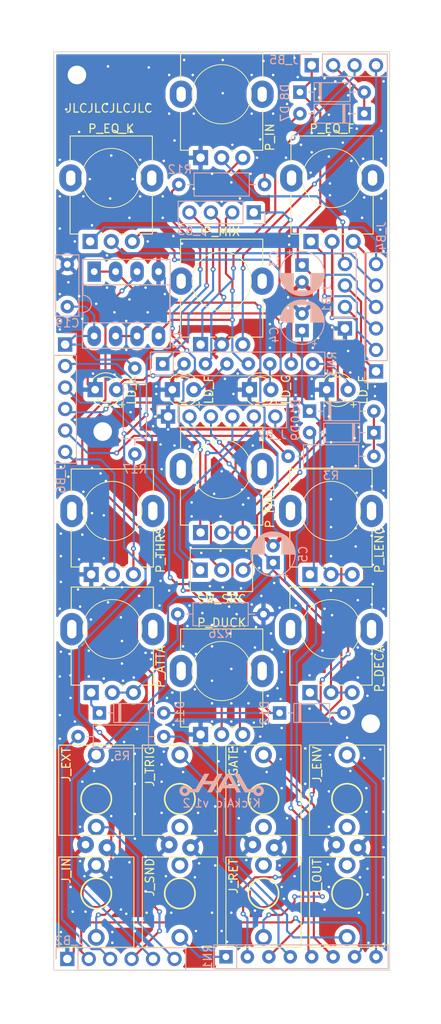
<source format=kicad_pcb>
(kicad_pcb (version 20240108) (generator "pcbnew") (generator_version "8.0")
  (title_block (rev "v1.2"))
  (layers (0 "F.Cu" signal) (31 "B.Cu" signal) (34 "B.Paste" user) (35 "F.Paste" user) (36 "B.SilkS" user "B.Silkscreen") (37 "F.SilkS" user "F.Silkscreen") (38 "B.Mask" user) (39 "F.Mask" user) (44 "Edge.Cuts" user))
  (net 0 "")
  (net 1 "GND")
  (net 2 "Net-(D7-A)")
  (net 3 "Net-(P_FALL1-Pad1)")
  (net 4 "+12V")
  (net 5 "Net-(J_B1-Pin_2)")
  (net 6 "Net-(J_B2-Pin_5)")
  (net 7 "Net-(J_OUT1-PadSIG)")
  (net 8 "Net-(J_B6-Pin_5)")
  (net 9 "Net-(D10-A)")
  (net 10 "Net-(P_THRS1-Pad3)")
  (net 11 "/OUT")
  (net 12 "Net-(J_B2-Pin_2)")
  (net 13 "/TRIG_O2")
  (net 14 "Net-(J_B1-Pin_3)")
  (net 15 "Net-(RN1B-R2.2)")
  (net 16 "/GATE_O2")
  (net 17 "Net-(RN1C-R3.2)")
  (net 18 "Net-(RN1D-R4.2)")
  (net 19 "Net-(J_B3-Pin_1)")
  (net 20 "Net-(LD_F1-A)")
  (net 21 "Net-(LD_G1-A)")
  (net 22 "Net-(J_B3-Pin_4)")
  (net 23 "Net-(LD_E1-A)")
  (net 24 "Net-(LD_K1-A)")
  (net 25 "Net-(J_B3-Pin_3)")
  (net 26 "/TRIG_O1")
  (net 27 "/GATE_O1")
  (net 28 "Net-(J_B7-Pin_5)")
  (net 29 "Net-(J_B7-Pin_6)")
  (net 30 "Net-(J_B7-Pin_4)")
  (net 31 "Net-(J_B7-Pin_2)")
  (net 32 "Net-(D11-K)")
  (net 33 "Net-(D12-A)")
  (net 34 "Net-(J_B6-Pin_2)")
  (net 35 "Net-(J_B6-Pin_3)")
  (net 36 "Net-(D8-K)")
  (net 37 "Net-(D10-K)")
  (net 38 "Net-(D9-A)")
  (net 39 "Net-(J_B6-Pin_6)")
  (net 40 "Net-(J_B4-Pin_6)")
  (net 41 "Net-(J_B4-Pin_4)")
  (net 42 "Net-(J_B4-Pin_5)")
  (net 43 "Net-(J_B1-Pin_4)")
  (net 44 "Net-(J_IN1-PadSIG)")
  (net 45 "Net-(J_B5-Pin_3)")
  (net 46 "Net-(J_B5-Pin_4)")
  (net 47 "Net-(J_B4-Pin_3)")
  (net 48 "Net-(J_B4-Pin_2)")
  (net 49 "Net-(J_B4-Pin_1)")
  (net 55 "Net-(J_B2-Pin_6)")
  (net 57 "Net-(D7-K)")
  (net 58 "Net-(D11-A)")
  (net 59 "Net-(RN1A-R1.1)")
  (footprint "LED_THT:LED_D3.0mm_FlatTop" (layer "F.Cu") (at 66.797 80.899)
    (property "Reference" "LD_G")
    (property "Value" "LED")
  )
  (footprint "Eurorack:Potentiometer Alpha RD901F-40-00D" (layer "F.Cu") (at 63.5 45.974 90)
    (property "Reference" "P_IN")
    (property "Value" "A100k" (hide yes))
  )
  (footprint "Eurorack:M2 Screw Hole" (layer "F.Cu") (at 49.403 85.852)
    (property "Reference" "REF**" (hide yes))
    (property "Value" "M2 Screw Hole" (hide yes))
  )
  (footprint "Eurorack:PJ301M-12 Offset" (layer "F.Cu") (at 48.641 129.286)
    (property "Reference" "J_EXT")
    (property "Value" "PJ301M-12" (hide yes))
  )
  (footprint "Eurorack:PJ301M-12 Offset" (layer "F.Cu") (at 68.453 140.462 180)
    (property "Reference" "J_RET")
    (property "Value" "PJ301M-12" (hide yes))
  )
  (footprint "Eurorack:Potentiometer Alpha RD901F-40-00D" (layer "F.Cu") (at 50.419 55.88 90)
    (property "Reference" "P_EQ_K")
    (property "Value" "B100k" (hide yes))
  )
  (footprint "Eurorack:Potentiometer Alpha RD901F-40-00D" (layer "F.Cu") (at 76.581 55.88 90)
    (property "Reference" "P_EQ_F")
    (property "Value" "B100k" (hide yes))
  )
  (footprint "Eurorack:Potentiometer Song Huei 9mm Trimmer" (layer "F.Cu") (at 50.546 95.25 90)
    (property "Reference" "P_THRS")
    (property "Value" "B100k" (hide yes))
  )
  (footprint "Eurorack:Potentiometer Song Huei 9mm Trimmer" (layer "F.Cu") (at 76.454 95.25 90)
    (property "Reference" "P_LENG")
    (property "Value" "A100k" (hide yes))
  )
  (footprint "LED_THT:LED_D3.0mm_FlatTop" (layer "F.Cu") (at 48.509 80.899)
    (property "Reference" "LD_K")
    (property "Value" "LED")
  )
  (footprint "Eurorack:Potentiometer Song Huei 9mm Trimmer" (layer "F.Cu") (at 63.5 114.173 90)
    (property "Reference" "P_DUCK")
    (property "Value" "B100k" (hide yes))
  )
  (footprint "Eurorack:PJ301M-12 Offset" (layer "F.Cu") (at 68.453 129.286)
    (property "Reference" "J_GATE")
    (property "Value" "PJ301M-12" (hide yes))
  )
  (footprint "Eurorack:PJ301M-12 Offset" (layer "F.Cu") (at 78.359 129.286)
    (property "Reference" "J_ENV")
    (property "Value" "PJ301M-12" (hide yes))
  )
  (footprint "Eurorack:Potentiometer Alpha RD901F-40-00D" (layer "F.Cu") (at 63.5 68.072 90)
    (property "Reference" "P_MIX")
    (property "Value" "B100k" (hide yes))
  )
  (footprint "Eurorack:PJ301M-12 Offset" (layer "F.Cu") (at 48.641 140.462 180)
    (property "Reference" "J_IN")
    (property "Value" "PJ301M-12" (hide yes))
  )
  (footprint "Eurorack:Potentiometer Song Huei 9mm Trimmer" (layer "F.Cu") (at 76.454 109.22 90)
    (property "Reference" "P_DECA")
    (property "Value" "A250k" (hide yes))
  )
  (footprint "LED_THT:LED_D3.0mm_FlatTop" (layer "F.Cu") (at 75.941 80.899)
    (property "Reference" "LD_E")
    (property "Value" "LED")
  )
  (footprint "Eurorack:M2 Screw Hole" (layer "F.Cu") (at 81.153 120.396)
    (property "Reference" "REF**" (hide yes))
    (property "Value" "M2 Screw Hole" (hide yes))
  )
  (footprint "Eurorack:SPDT" (layer "F.Cu") (at 63.5 102.235 90)
    (property "Reference" "SW_SRC")
    (property "Value" "SW_SPDT")
  )
  (footprint "Eurorack:M2 Screw Hole" (layer "F.Cu") (at 46.355 43.688)
    (property "Reference" "REF**" (hide yes))
    (property "Value" "M2 Screw Hole" (hide yes))
  )
  (footprint "LED_THT:LED_D3.0mm_FlatTop" (layer "F.Cu") (at 57.653 80.899)
    (property "Reference" "LD_F")
    (property "Value" "LED")
  )
  (footprint "Eurorack:Potentiometer Song Huei 9mm Trimmer" (layer "F.Cu") (at 50.546 109.22 90)
    (property "Reference" "P_ATTA")
    (property "Value" "A25k" (hide yes))
  )
  (footprint "Eurorack:PJ301M-12 Offset" (layer "F.Cu") (at 58.547 129.286)
    (property "Reference" "J_TRIG")
    (property "Value" "PJ301M-12" (hide yes))
  )
  (footprint "Eurorack:Potentiometer Song Huei 9mm Trimmer" (layer "F.Cu") (at 63.5 90.297 90)
    (property "Reference" "P_FALL")
    (property "Value" "A1M" (hide yes))
  )
  (footprint "Eurorack:PJ301M-12 Offset" (layer "F.Cu") (at 78.359 140.462 180)
    (property "Reference" "J_OUT")
    (property "Value" "PJ301M-12" (hide yes))
  )
  (footprint "Eurorack:PJ301M-12 Offset" (layer "F.Cu") (at 58.547 140.462 180)
    (property "Reference" "J_SND")
    (property "Value" "PJ301M-12" (hide yes))
  )
  (footprint "Connector_PinHeader_2.54mm:PinHeader_1x06_P2.54mm_Vertical" (layer "B.Cu") (at 57.15 84.074 -90)
    (property "Reference" "J_B7")
    (property "Value" "Conn_01x06_Female")
  )
  (footprint "Resistor_THT:R_Axial_DIN0207_L6.3mm_D2.5mm_P10.16mm_Horizontal" (layer "B.Cu") (at 58.42 56.642)
    (property "Reference" "R12")
    (property "Value" "10k")
  )
  (footprint "Resistor_THT:R_Array_SIP8" (layer "B.Cu") (at 56.505 77.851)
    (property "Reference" "RN3")
    (property "Value" "10k")
  )
  (footprint "Resistor_THT:R_Axial_DIN0207_L6.3mm_D2.5mm_P10.16mm_Horizontal" (layer "B.Cu") (at 81.534 88.773 180)
    (property "Reference" "R3")
    (property "Value" "220")
  )
  (footprint "Connector_PinHeader_2.54mm:PinHeader_1x04_P2.54mm_Vertical" (layer "B.Cu") (at 78.105 73.66)
    (property "Reference" "J_B1")
    (property "Value" "Conn_01x04_Female")
  )
  (footprint "Resistor_THT:R_Axial_DIN0207_L6.3mm_D2.5mm_P10.16mm_Horizontal" (layer "B.Cu") (at 58.293 107.442)
    (property "Reference" "R26")
    (property "Value" "100k")
  )
  (footprint "Connector_PinHeader_2.54mm:PinHeader_1x04_P2.54mm_Vertical" (layer "B.Cu") (at 74.168 42.545 -90)
    (property "Reference" "J_B5")
    (property "Value" "Conn_01x04_Female")
  )
  (footprint "Diode_THT:D_DO-35_SOD27_P7.62mm_Horizontal" (layer "B.Cu") (at 73.914 83.439)
    (property "Reference" "D10")
    (property "Value" "1N4148")
  )
  (footprint "Diode_THT:D_DO-35_SOD27_P7.62mm_Horizontal" (layer "B.Cu") (at 81.534 85.979 180)
    (property "Reference" "D9")
    (property "Value" "1N4148")
  )
  (footprint "Package_DIP:DIP-8_W7.62mm_Socket_LongPads" (layer "B.Cu") (at 48.397 66.939 -90)
    (property "Reference" "U7")
    (property "Value" "LM358")
  )
  (footprint "Capacitor_THT:CP_Radial_D5.0mm_P2.00mm" (layer "B.Cu") (at 69.596 101.346 90)
    (property "Reference" "C5")
    (property "Value" "10uF")
  )
  (footprint "Diode_THT:D_DO-35_SOD27_P7.62mm_Horizontal" (layer "B.Cu") (at 49.022 119.126)
    (property "Reference" "D11")
    (property "Value" "1N4148")
  )
  (footprint "Connector_PinHeader_2.54mm:PinHeader_1x06_P2.54mm_Vertical" (layer "B.Cu") (at 81.788 78.74)
    (property "Reference" "J_B4")
    (property "Value" "Conn_01x06_Female")
  )
  (footprint "Diode_THT:D_DO-35_SOD27_P7.62mm_Horizontal" (layer "B.Cu") (at 70.358 119.126)
    (property "Reference" "D12")
    (property "Value" "1N4148")
  )
  (footprint "Diode_THT:D_DO-35_SOD27_P7.62mm_Horizontal" (layer "B.Cu") (at 72.771 45.72)
    (property "Reference" "D8")
    (property "Value" "1N4148")
  )
  (footprint "Capacitor_THT:C_Disc_D7.0mm_W2.5mm_P5.00mm" (layer "B.Cu") (at 45.212 71.08 90)
    (property "Reference" "C19")
    (property "Value" "0.1uF")
  )
  (footprint "Connector_PinHeader_2.54mm:PinHeader_1x06_P2.54mm_Vertical" (layer "B.Cu") (at 44.958 75.565 180)
    (property "Reference" "J_B6")
    (property "Value" "Conn_01x06_Female")
  )
  (footprint "Resistor_THT:R_Array_SIP8" (layer "B.Cu") (at 64.008 147.955)
    (property "Reference" "RN1")
    (property "Value" "1k")
  )
  (footprint "Capacitor_THT:CP_Radial_D5.0mm_P2.00mm" (layer "B.Cu") (at 73.025 66.167 -90)
    (property "Reference" "C3")
    (property "Value" "10uF")
  )
  (footprint "Resistor_THT:R_Axial_DIN0207_L6.3mm_D2.5mm_P10.16mm_Horizontal" (layer "B.Cu") (at 53.213 78.359 -90)
    (property "Reference" "R17")
    (property "Value" "33k")
  )
  (footprint "Capacitor_THT:CP_Radial_D5.0mm_P2.00mm" (layer "B.Cu") (at 73.025 73.914 90)
    (property "Reference" "C4")
    (property "Value" "10uF")
  )
  (footprint "Logos:Avalon Harmonics Small 10mm" (layer "B.Cu") (at 63.5 127.635 180)
    (property "Reference" "G***" (hide yes))
    (property "Value" "LOGO" (hide yes))
  )
  (footprint "Resistor_THT:R_Axial_DIN0207_L6.3mm_D2.5mm_P10.16mm_Horizontal" (layer "B.Cu") (at 56.642 121.92 180)
    (property "Reference" "R5")
    (property "Value" "1k")
  )
  (footprint "Connector_PinHeader_2.54mm:PinHeader_1x04_P2.54mm_Vertical" (layer "B.Cu") (at 67.3 59.944 90)
    (property "Reference" "J_B3")
    (property "Value" "Conn_01x04_Female")
  )
  (footprint "Connector_PinHeader_2.54mm:PinHeader_1x06_P2.54mm_Vertical" (layer "B.Cu") (at 45.212 148.209 -90)
    (property "Reference" "J_B2")
    (property "Value" "Conn_01x06_Female")
  )
  (footprint "Diode_THT:D_DO-35_SOD27_P7.62mm_Horizontal" (layer "B.Cu") (at 80.391 48.26 180)
    (property "Reference" "D7")
    (property "Value" "1N4148")
  )
  (gr_rect (start 43.6 40.95) (end 83.4 149.55) (stroke (width 0.1)) (fill none) (layer "Edge.Cuts"))
  (gr_text "KickAid v1.2" (at 63.5 129.794 0) (layer "B.SilkS") (effects (font (size 1 1)) (justify mirror)))
  (gr_text "JLCJLCJLCJLC" (at 50.165 47.625 0) (layer "F.SilkS") (effects (font (size 1 1))))
  (segment (start 47.625 80.269) (end 47.625 79.375) (width 0.25) (layer "F.Cu") (net 1))
  (segment (start 50.419 135.56) (end 50.419 138.557) (width 0.25) (layer "F.Cu") (net 1))
  (segment (start 47.625 79.375) (end 48.006 78.994) (width 0.25) (layer "F.Cu") (net 1))
  (segment (start 44.45 145.034) (end 45.974 146.558) (width 0.25) (layer "F.Cu") (net 1))
  (segment (start 48.255 80.899) (end 47.625 80.269) (width 0.25) (layer "F.Cu") (net 1))
  (segment (start 50.419 134.544) (end 50.419 131.318) (width 0.25) (layer "F.Cu") (net 1))
  (segment (start 49.911 135.052) (end 50.419 134.544) (width 0.25) (layer "F.Cu") (net 1))
  (segment (start 45.974 146.558) (end 45.974 147.447) (width 0.25) (layer "F.Cu") (net 1))
  (segment (start 45.974 147.447) (end 45.212 148.209) (width 0.25) (layer "F.Cu") (net 1))
  (segment (start 49.911 135.052) (end 50.419 135.56) (width 0.25) (layer "F.Cu") (net 1))
  (segment (start 48.006 78.994) (end 48.26 78.994) (width 0.25) (layer "F.Cu") (net 1))
  (via (at 67.056 43.688) (size 0.6) (drill 0.3) (layers "F.Cu" "B.Cu") (net 1))
  (via (at 59.436 108.839) (size 0.6) (drill 0.3) (layers "F.Cu" "B.Cu") (net 1))
  (via (at 78.486 46.101) (size 0.6) (drill 0.3) (layers "F.Cu" "B.Cu") (net 1))
  (via (at 82.677 97.663) (size 0.6) (drill 0.3) (layers "F.Cu" "B.Cu") (net 1))
  (via (at 60.071 43.688) (size 0.6) (drill 0.3) (layers "F.Cu" "B.Cu") (net 1))
  (via (at 75.057 46.355) (size 0.6) (drill 0.3) (layers "F.Cu" "B.Cu") (net 1))
  (via (at 56.134 106.426) (size 0.6) (drill 0.3) (layers "F.Cu" "B.Cu") (net 1))
  (via (at 49.53 104.394) (size 0.6) (drill 0.3) (layers "F.Cu" "B.Cu") (net 1))
  (via (at 81.28 112.141) (size 0.6) (drill 0.3) (layers "F.Cu" "B.Cu") (net 1))
  (via (at 49.53 95.758) (size 0.6) (drill 0.3) (layers "F.Cu" "B.Cu") (net 1))
  (via (at 60.325 138.557) (size 0.6) (drill 0.3) (layers "F.Cu" "B.Cu") (net 1))
  (via (at 46.99 98.044) (size 0.6) (drill 0.3) (layers "F.Cu" "B.Cu") (net 1))
  (via (at 73.406 127.508) (size 0.6) (drill 0.3) (layers "F.Cu" "B.Cu") (net 1))
  (via (at 73.914 114.681) (size 0.6) (drill 0.3) (layers "F.Cu" "B.Cu") (net 1))
  (via (at 46.101 84.455) (size 0.6) (drill 0.3) (layers "F.Cu" "B.Cu") (net 1))
  (via (at 48.26 78.994) (size 0.6) (drill 0.3) (layers "F.Cu" "B.Cu") (net 1))
  (via (at 44.45 97.917) (size 0.6) (drill 0.3) (layers "F.Cu" "B.Cu") (net 1))
  (via (at 69.342 109.728) (size 0.6) (drill 0.3) (layers "F.Cu" "B.Cu") (net 1))
  (via (at 58.928 126.111) (size 0.6) (drill 0.3) (layers "F.Cu" "B.Cu") (net 1))
  (via (at 76.962 44.45) (size 0.6) (drill 0.3) (layers "F.Cu" "B.Cu") (net 1))
  (via (at 82.296 123.444) (size 0.6) (drill 0.3) (layers "F.Cu" "B.Cu") (net 1))
  (via (at 73.914 118.618) (size 0.6) (drill 0.3) (layers "F.Cu" "B.Cu") (net 1))
  (via (at 44.323 69.596) (size 0.6) (drill 0.3) (layers "F.Cu" "B.Cu") (net 1))
  (via (at 63.627 41.91) (size 0.6) (drill 0.3) (layers "F.Cu" "B.Cu") (net 1))
  (via (at 73.66 70.358) (size 0.6) (drill 0.3) (layers "F.Cu" "B.Cu") (net 1))
  (via (at 71.501 62.738) (size 0.6) (drill 0.3) (layers "F.Cu" "B.Cu") (net 1))
  (via (at 69.596 43.688) (size 0.6) (drill 0.3) (layers "F.Cu" "B.Cu") (net 1))
  (via (at 63.627 104.267) (size 0.6) (drill 0.3) (layers "F.Cu" "B.Cu") (net 1))
  (via (at 56.769 69.596) (size 0.6) (drill 0.3) (layers "F.Cu" "B.Cu") (net 1))
  (via (at 82.677 64.516) (size 0.6) (drill 0.3) (layers "F.Cu" "B.Cu") (net 1))
  (via (at 76.2 84.074) (size 0.6) (drill 0.3) (layers "F.Cu" "B.Cu") (net 1))
  (via (at 56.134 98.044) (size 0.6) (drill 0.3) (layers "F.Cu" "B.Cu") (net 1))
  (via (at 80.899 146.304) (size 0.6) (drill 0.3) (layers "F.Cu" "B.Cu") (net 1))
  (via (at 56.896 138.43) (size 0.6) (drill 0.3) (layers "F.Cu" "B.Cu") (net 1))
  (via (at 82.677 142.748) (size 0.6) (drill 0.3) (layers "F.Cu" "B.Cu") (net 1))
  (via (at 63.5 58.674) (size 0.6) (drill 0.3) (layers "F.Cu" "B.Cu") (net 1))
  (via (at 44.323 119.38) (size 0.6) (drill 0.3) (layers "F.Cu" "B.Cu") (net 1))
  (via (at 52.578 60.579) (size 0.6) (drill 0.3) (layers "F.Cu" "B.Cu") (net 1))
  (via (at 78.105 59.817) (size 0.6) (drill 0.3) (layers "F.Cu" "B.Cu") (net 1))
  (via (at 80.772 140.589) (size 0.6) (drill 0.3) (layers "F.Cu" "B.Cu") (net 1))
  (via (at 70.612 139.7) (size 0.6) (drill 0.3) (layers "F.Cu" "B.Cu") (net 1))
  (via (at 65.278 107.442) (size 0.6) (drill 0.3) (layers "F.Cu" "B.Cu") (net 1))
  (via (at 79.629 114.935) (size 0.6) (drill 0.3) (layers "F.Cu" "B.Cu") (net 1))
  (via (at 76.581 73.533) (size 0.6) (drill 0.3) (layers "F.Cu" "B.Cu") (net 1))
  (via (at 46.736 136.652) (size 0.6) (drill 0.3) (layers "F.Cu" "B.Cu") (net 1))
  (via (at 46.101 120.142) (size 0.6) (drill 0.3) (layers "F.Cu" "B.Cu") (net 1))
  (via (at 70.485 117.475) (size 0.6) (drill 0.3) (layers "F.Cu" "B.Cu") (net 1))
  (via (at 80.391 124.46) (size 0.6) (drill 0.3) (layers "F.Cu" "B.Cu") (net 1))
  (via (at 68.961 117.094) (size 0.6) (drill 0.3) (layers "F.Cu" "B.Cu") (net 1))
  (via (at 50.292 58.293) (size 0.6) (drill 0.3) (layers "F.Cu" "B.Cu") (net 1))
  (via (at 44.323 72.771) (size 0.6) (drill 0.3) (layers "F.Cu" "B.Cu") (net 1))
  (via (at 51.562 142.367) (size 0.6) (drill 0.3) (layers "F.Cu" "B.Cu") (net 1))
  (via (at 72.263 79.629) (size 0.6) (drill 0.3) (layers "F.Cu" "B.Cu") (net 1))
  (via (at 53.213 127.508) (size 0.6) (drill 0.3) (layers "F.Cu" "B.Cu") (net 1))
  (via (at 71.12 53.467) (size 0.6) (drill 0.3) (layers "F.Cu" "B.Cu") (net 1))
  (via (at 47.752 111.76) (size 0.6) (drill 0.3) (layers "F.Cu" "B.Cu") (net 1))
  (via (at 54.737 47.117) (size 0.6) (drill 0.3) (layers "F.Cu" "B.Cu") (net 1))
  (via (at 82.423 58.293) (size 0.6) (drill 0.3) (layers "F.Cu" "B.Cu") (net 1))
  (via (at 81.28 92.329) (size 0.6) (drill 0.3) (layers "F.Cu" "B.Cu") (net 1))
  (via (at 62.738 133.096) (size 0.6) (drill 0.3) (layers "F.Cu" "B.Cu") (net 1))
  (via (at 53.721 105.283) (size 0.6) (drill 0.3) (layers "F.Cu" "B.Cu") (net 1))
  (via (at 57.023 117.348) (size 0.6) (drill 0.3) (layers "F.Cu" "B.Cu") (net 1))
  (via (at 47.117 58.039) (size 0.6) (drill 0.3) (layers "F.Cu" "B.Cu") (net 1))
  (via (at 66.04 94.488) (size 0.6) (drill 0.3) (layers "F.Cu" "B.Cu") (net 1))
  (via (at 56.388 130.937) (size 0.6) (drill 0.3) (layers "F.Cu" "B.Cu") (net 1))
  (via (at 68.072 121.92) (size 0.6) (drill 0.3) (layers "F.Cu" "B.Cu") (net 1))
  (via (at 44.323 92.71) (size 0.6) (drill 0.3) (layers "F.Cu" "B.Cu") (net 1))
  (via (at 56.515 58.039) (size 0.6) (drill 0.3) (layers "F.Cu" "B.Cu") (net 1))
  (via (at 72.263 81.534) (size 0.6) (drill 0.3) (layers "F.Cu" "B.Cu") (net 1))
  (via (at 73.406 123.317) (size 0.6) (drill 0.3) (layers "F.Cu" "B.Cu") (net 1))
  (via (at 69.596 48.26) (size 0.6) (drill 0.3) (layers "F.Cu" "B.Cu") (net 1))
  (via (at 54.737 63.373) (size 0.6) (drill 0.3) (layers "F.Cu" "B.Cu") (net 1))
  (via (at 62.357 108.712) (size 0.6) (drill 0.3) (layers "F.Cu" "B.Cu") (net 1))
  (via (at 59.944 94.234) (size 0.6) (drill 0.3) (layers "F.Cu" "B.Cu") (net 1))
  (via (at 59.944 95.885) (size 0.6) (drill 0.3) (layers "F.Cu" "B.Cu") (net 1))
  (via (at 45.593 114.681) (size 0.6) (drill 0.3) (layers "F.Cu" "B.Cu") (net 1))
  (via (at 70.866 141.097) (size 0.6) (drill 0.3) (layers "F.Cu" "B.Cu") (net 1))
  (via (at 44.45 111.887) (size 0.6) (drill 0.3) (layers "F.Cu" "B.Cu") (net 1))
  (via (at 59.69 106.426) (size 0.6) (drill 0.3) (layers "F.Cu" "B.Cu") (net 1))
  (via (at 60.452 112.141) (size 0.6) (drill 0.3) (layers "F.Cu" "B.Cu") (net 1))
  (via (at 47.752 114.808) (size 0.6) (drill 0.3) (layers "F.Cu" "B.Cu") (net 1))
  (via (at 70.866 111.887) (size 0.6) (drill 0.3) (layers "F.Cu" "B.Cu") (net 1))
  (via (at 72.263 83.566) (size 0.6) (drill 0.3) (layers "F.Cu" "B.Cu") (net 1))
  (via (at 54.483 136.144) (size 0.6) (drill 0.3) (layers "F.Cu" "B.Cu") (net 1))
  (via (at 67.691 53.467) (size 0.6) (drill 0.3) (layers "F.Cu" "B.Cu") (net 1))
  (via (at 57.785 62.738) (size 0.6) (drill 0.3) (layers "F.Cu" "B.Cu") (net 1))
  (via (at 70.104 116.205) (size 0.6) (drill 0.3) (layers "F.Cu" "B.Cu") (net 1))
  (via (at 74.549 45.339) (size 0.6) (drill 0.3) (layers "F.Cu" "B.Cu") (net 1))
  (via (at 53.213 123.952) (size 0.6) (drill 0.3) (layers "F.Cu" "B.Cu") (net 1))
  (via (at 65.532 131.572) (size 0.6) (drill 0.3) (layers "F.Cu" "B.Cu") (net 1))
  (via (at 69.469 111.633) (size 0.6) (drill 0.3) (layers "F.Cu" "B.Cu") (net 1))
  (via (at 79.375 89.916) (size 0.6) (drill 0.3) (layers "F.Cu" "B.Cu") (net 1))
  (via (at 52.705 50.419) (size 0.6) (drill 0.3) (layers "F.Cu" "B.Cu") (net 1))
  (via (at 80.645 128.016) (size 0.6) (drill 0.3) (layers "F.Cu" "B.Cu") (net 1))
  (via (at 56.388 90.297) (size 0.6) (drill 0.3) (layers "F.Cu" "B.Cu") (net 1))
  (via (at 68.834 126.111) (size 0.6) (drill 0.3) (layers "F.Cu" "B.Cu") (net 1))
  (via (at 70.612 114.3) (size 0.6) (drill 0.3) (layers "F.Cu" "B.Cu") (net 1))
  (via (at 67.945 101.981) (size 0.6) (drill 0.3) (layers "F.Cu" "B.Cu") (net 1))
  (via (at 79.375 99.441) (size 0.6) (drill 0.3) (layers "F.Cu" "B.Cu") (net 1))
  (via (at 44.323 122.174) (size 0.6) (drill 0.3) (layers "F.Cu" "B.Cu") (net 1))
  (via (at 67.183 87.503) (size 0.6) (drill 0.3) (layers "F.Cu" "B.Cu") (net 1))
  (via (at 76.2 139.7) (size 0.6) (drill 0.3) (layers "F.Cu" "B.Cu") (net 1))
  (via (at 50.546 124.714) (size 0.6) (drill 0.3) (layers "F.Cu" "B.Cu") (net 1))
  (via (at 67.056 106.299) (size 0.6) (drill 0.3) (layers "F.Cu" "B.Cu") (net 1))
  (via (at 82.677 111.633) (size 0.6) (drill 0.3) (layers "F.Cu" "B.Cu") (net 1))
  (via (at 53.213 133.985) (size 0.6) (drill 0.3) (layers "F.Cu" "B.Cu") (net 1))
  (via (at 57.531 142.748) (size 0.6) (drill 0.3) (layers "F.Cu" "B.Cu") (net 1))
  (via (at 81.661 81.661) (size 0.6) (drill 0.3) (layers "F.Cu" "B.Cu") (net 1))
  (via (at 76.454 120.396) (size 0.6) (drill 0.3) (layers "F.Cu" "B.Cu") (net 1))
  (via (at 47.371 142.621) (size 0.6) (drill 0.3) (layers "F.Cu" "B.Cu") (net 1))
  (via (at 49.911 68.834) (size 0.6) (drill 0.3) (layers "F.Cu" "B.Cu") (net 1))
  (via (at 48.133 61.468) (size 0.6) (drill 0.3) (layers "F.Cu" "B.Cu") (net 1))
  (via (at 81.407 101.6) (size 0.6) (drill 0.3) (layers "F.Cu" "B.Cu") (net 1))
  (via (at 52.197 76.2) (size 0.6) (drill 0.3) (layers "F.Cu" "B.Cu") (net 1))
  (via (at 46.99 127.254) (size 0.6) (drill 0.3) (layers "F.Cu" "B.Cu") (net 1))
  (via (at 71.247 47.117) (size 0.6) (drill 0.3) (layers "F.Cu" "B.Cu") (net 1))
  (via (at 66.294 123.698) (size 0.6) (drill 0.3) (layers "F.Cu" "B.Cu") (net 1))
  (via (at 46.482 104.521) (size 0.6) (drill 0.3) (layers "F.Cu" "B.Cu") (net 1))
  (via (at 50.038 42.672) (size 0.6) (drill 0.3) (layers "F.Cu" "B.Cu") (net 1))
  (via (at 72.517 43.942) (size 0.6) (drill 0.3) (layers "F.Cu" "B.Cu") (net 1))
  (via (at 70.358 106.68) (size 0.6) (drill 0.3) (layers "F.Cu" "B.Cu") (net 1))
  (via (at 78.867 53.848) (size 0.6) (drill 0.3) (layers "F.Cu" "B.Cu") (net 1))
  (via (at 62.611 93.218) (size 0.6) (drill 0.3) (layers "F.Cu" "B.Cu") (net 1))
  (via (at 48.133 90.17) (size 0.6) (drill 0.3) (layers "F.Cu" "B.Cu") (net 1))
  (via (at 50.8 71.755) (size 0.6) (drill 0.3) (layers "F.Cu" "B.Cu") (net 1))
  (via (at 76.2 48.387) (size 0.6) (drill 0.3) (layers "F.Cu" "B.Cu") (net 1))
  (via (at 57.785 120.523) (size 0.6) (drill 0.3) (layers "F.Cu" "B.Cu") (net 1))
  (via (at 80.137 60.579) (size 0.6) (drill 0.3) (layers "F.Cu" "B.Cu") (net 1))
  (via (at 49.657 98.552) (size 0.6) (drill 0.3) (layers "F.Cu" "B.Cu") (net 1))
  (via (at 44.323 58.039) (size 0.6) (drill 0.3) (layers "F.Cu" "B.Cu") (net 1))
  (via (at 47.879 56.007) (size 0.6) (drill 0.3) (layers "F.Cu" "B.Cu") (net 1))
  (via (at 78.74 78.867) (size 0.6) (drill 0.3) (layers "F.Cu" "B.Cu") (net 1))
  (via (at 63.627 45.847) (size 0.6) (drill 0.3) (layers "F.Cu" "B.Cu") (net 1))
  (via (at 64.897 81.407) (size 0.6) (drill 0.3) (layers "F.Cu" "B.Cu") (net 1))
  (via (at 61.087 100.203) (size 0.6) (drill 0.3) (layers "F.Cu" "B.Cu") (net 1))
  (via (at 68.199 105.283) (size 0.6) (drill 0.3) (layers "F.Cu" "B.Cu") (net 1))
  (via (at 49.911 65.024) (size 0.6) (drill 0.3) (layers "F.Cu" "B.Cu") (net 1))
  (via (at 82.677 92.837) (size 0.6) (drill 0.3) (layers "F.Cu" "B.Cu") (net 1))
  (via (at 53.467 121.031) (size 0.6) (drill 0.3) (layers "F.Cu" "B.Cu") (net 1))
  (via (at 52.578 70.231) (size 0.6) (drill 0.3) (layers "F.Cu" "B.Cu") (net 1))
  (via (at 61.214 146.812) (size 0.6) (drill 0.3) (layers "F.Cu" "B.Cu") (net 1))
  (via (at 79.756 142.748) (size 0.6) (drill 0.3) (layers "F.Cu" "B.Cu") (net 1))
  (via (at 62.357 55.372) (size 0.6) (drill 0.3) (layers "F.Cu" "B.Cu") (net 1))
  (via (at 74.549 104.521) (size 0.6) (drill 0.3) (layers "F.Cu" "B.Cu") (net 1))
  (via (at 70.485 124.587) (size 0.6) (drill 0.3) (layers "F.Cu" "B.Cu") (net 1))
  (via (at 74.168 50.546) (size 0.6) (drill 0.3) (layers "F.Cu" "B.Cu") (net 1))
  (via (at 46.101 63.373) (size 0.6) (drill 0.3) (layers "F.Cu" "B.Cu") (net 1))
  (via (at 80.772 117.094) (size 0.6) (drill 0.3) (layers "F.Cu" "B.Cu") (net 1))
  (via (at 75.819 78.994) (size 0.6) (drill 0.3) (layers "F.Cu" "B.Cu") (net 1))
  (via (at 55.753 80.518) (size 0.6) (drill 0.3) (layers "F.Cu" "B.Cu") (net 1))
  (via (at 66.421 99.949) (size 0.6) (drill 0.3) (layers "F.Cu" "B.Cu") (net 1))
  (via (at 76.073 137.033) (size 0.6) (drill 0.3) (layers "F.Cu" "B.Cu") (net 1))
  (via (at 44.45 100.584) (size 0.6) (drill 0.3) (layers "F.Cu" "B.Cu") (net 1))
  (via (at 50.419 53.213) (size 0.6) (drill 0.3) (layers "F.Cu" "B.Cu") (net 1))
  (via (at 66.675 117.983) (size 0.6) (drill 0.3) (layers "F.Cu" "B.Cu") (net 1))
  (via (at 76.454 93.853) (size 0.6) (drill 0.3) (layers "F.Cu" "B.Cu") (net 1))
  (via (at 46.736 132.588) (size 0.6) (drill 0.3) (layers "F.Cu" "B.Cu") (net 1))
  (via (at 81.28 106.299) (size 0.6) (drill 0.3) (layers "F.Cu" "B.Cu") (net 1))
  (via (at 57.912 51.435) (size 0.6) (drill 0.3) (layers "F.Cu" "B.Cu") (net 1))
  (via (at 72.136 41.656) (size 0.6) (drill 0.3) (layers "F.Cu" "B.Cu") (net 1))
  (via (at 78.359 122.047) (size 0.6) (drill 0.3) (layers "F.Cu" "B.Cu") (net 1))
  (via (at 46.736 106.553) (size 0.6) (drill 0.3) (layers "F.Cu" "B.Cu") (net 1))
  (via (at 74.295 75.946) (size 0.6) (drill 0.3) (layers "F.Cu" "B.Cu") (net 1))
  (via (at 79.629 105.791) (size 0.6) (drill 0.3) (layers "F.Cu" "B.Cu") (net 1))
  (via (at 79.629 111.379) (size 0.6) (drill 0.3) (layers "F.Cu" "B.Cu") (net 1))
  (via (at 75.692 82.804) (size 0.6) (drill 0.3) (layers "F.Cu" "B.Cu") (net 1))
  (via (at 56.642 53.848) (size 0.6) (drill 0.3) (layers "F.Cu" "B.Cu") (net 1))
  (via (at 67.564 108.966) (size 0.6) (drill 0.3) (layers "F.Cu" "B.Cu") (net 1))
  (via (at 50.8 79.121) (size 0.6) (drill 0.3) (layers "F.Cu" "B.Cu") (net 1))
  (via (at 46.609 100.965) (size 0.6) (drill 0.3) (layers "F.Cu" "B.Cu") (net 1))
  (via (at 76.454 104.648) (size 0.6) (drill 0.3) (layers "F.Cu" "B.Cu") (net 1))
  (via (at 64.643 117.983) (size 0.6) (drill 0.3) (layers "F.Cu" "B.Cu") (net 1))
  (via (at 79.883 138.557) (size 0.6) (drill 0.3) (layers "F.Cu" "B.Cu") (net 1))
  (via (at 81.661 80.518) (size 0.6) (drill 0.3) (layers "F.Cu" "B.Cu") (net 1))
  (via (at 80.264 53.594) (size 0.6) (drill 0.3) (layers "F.Cu" "B.Cu") (net 1))
  (via (at 76.454 97.155) (size 0.6) (drill 0.3) (layers "F.Cu" "B.Cu") (net 1))
  (via (at 64.77 51.943) (size 0.6) (drill 0.3) (layers "F.Cu" "B.Cu") (net 1))
  (via (at 82.423 50.292) (size 0.6) (drill 0.3) (layers "F.Cu" "B.Cu") (net 1))
  (via (at 44.323 114.808) (size 0.6) (drill 0.3) (layers "F.Cu" "B.Cu") (net 1))
  (via (at 54.483 68.834) (size 0.6) (drill 0.3) (layers "F.Cu" "B.Cu") (net 1))
  (via (at 55.753 81.407) (size 0.6) (drill 0.3) (layers "F.Cu" "B.Cu") (net 1))
  (via (at 82.677 44.45) (size 0.6) (drill 0.3) (layers "F.Cu" "B.Cu") (net 1))
  (via (at 53.848 58.039) (size 0.6) (drill 0.3) (layers "F.Cu" "B.Cu") (net 1))
  (via (at 58.801 63.627) (size 0.6) (drill 0.3) (layers "F.Cu" "B.Cu") (net 1))
  (via (at 82.296 61.976) (size 0.6) (drill 0.3) (layers "F.Cu" "B.Cu") (net 1))
  (via (at 78.613 48.26) (size 0.6) (drill 0.3) (layers "F.Cu" "B.Cu") (net 1))
  (via (at 57.277 48.26) (size 0.6) (drill 0.3) (layers "F.Cu" "B.Cu") (net 1))
  (via (at 79.375 97.282) (size 0.6) (drill 0.3) (layers "F.Cu" "B.Cu") (net 1))
  (via (at 63.5 144.907) (size 0.6) (drill 0.3) (layers "F.Cu" "B.Cu") (net 1))
  (via (at 70.358 137.16) (size 0.6) (drill 0.3) (layers "F.Cu" "B.Cu") (net 1))
  (via (at 81.28 98.171) (size 0.6) (drill 0.3) (layers "F.Cu" "B.Cu") (net 1))
  (via (at 80.264 87.63) (size 0.6) (drill 0.3) (layers "F.Cu" "B.Cu") (net 1))
  (via (at 75.438 111.76) (size 0.6) (drill 0.3) (layers "F.Cu" "B.Cu") (net 1))
  (via (at 57.277 43.688) (size 0.6) (drill 0.3) (layers "F.Cu" "B.Cu") (net 1))
  (via (at 68.072 51.308) (size 0.6) (drill 0.3) (layers "F.Cu" "B.Cu") (net 1))
  (via (at 65.532 127.635) (size 0.6) (drill 0.3) (layers "F.Cu" "B.Cu") (net 1))
  (via (at 59.69 87.63) (size 0.6) (drill 0.3) (layers "F.Cu" "B.Cu") (net 1))
  (via (at 57.912 87.503) (size 0.6) (drill 0.3) (layers "F.Cu" "B.Cu") (net 1))
  (via (at 62.103 81.407) (size 0.6) (drill 0.3) (layers "F.Cu" "B.Cu") (net 1))
  (via (at 44.323 73.787) (size 0.6) (drill 0.3) (layers "F.Cu" "B.Cu") (net 1))
  (via (at 77.851 51.689) (size 0.6) (drill 0.3) (layers "F.Cu" "B.Cu") (net 1))
  (via (at 66.421 136.525) (size 0.6) (drill 0.3) (layers "F.Cu" "B.Cu") (net 1))
  (via (at 49.53 115.062) (size 0.6) (drill 0.3) (layers "F.Cu" "B.Cu") (net 1))
  (via (at 47.117 92.964) (size 0.6) (drill 0.3) (layers "F.Cu" "B.Cu") (net 1))
  (via (at 63.373 95.885) (size 0.6) (drill 0.3) (layers "F.Cu" "B.Cu") (net 1))
  (via (at 52.197 72.771) (size 0.6) (drill 0.3) (layers "F.Cu" "B.Cu") (net 1))
  (via (at 56.261 103.505) (size 0.6) (drill 0.3) (layers "F.Cu" "B.Cu") (net 1))
  (via (at 64.389 106.553) (size 0.6) (drill 0.3) (layers "F.Cu" "B.Cu") (net 1))
  (via (at 64.516 109.728) (size 0.6) (drill 0.3) (layers "F.Cu" "B.Cu") (net 1))
  (via (at 49.53 100.838) (size 0.6) (drill 0.3) (layers "F.Cu" "B.Cu") (net 1))
  (via (at 56.261 100.711) (size 0.6) (drill 0.3) (layers "F.Cu" "B.Cu") (net 1))
  (via (at 69.723 103.759) (size 0.6) (drill 0.3) (layers "F.Cu" "B.Cu") (net 1))
  (via (at 80.391 58.166) (size 0.6) (drill 0.3) (layers "F.Cu" "B.Cu") (net 1))
  (via (at 67.056 48.26) (size 0.6) (drill 0.3) (layers "F.Cu" "B.Cu") (net 1))
  (via (at 67.437 142.494) (size 0.6) (drill 0.3) (layers "F.Cu" "B.Cu") (net 1))
  (via (at 57.15 85.598) (size 0.6) (drill 0.3) (layers "F.Cu" "B.Cu") (net 1))
  (via (at 44.45 90.043) (size 0.6) (drill 0.3) (layers "F.Cu" "B.Cu") (net 1))
  (via (at 76.2 76.581) (size 0.6) (drill 0.3) (layers "F.Cu" "B.Cu") (net 1))
  (via (at 62.738 130.175) (size 0.6) (drill 0.3) (layers "F.Cu" "B.Cu") (net 1))
  (via (at 51.562 107.823) (size 0.6) (drill 0.3) (layers "F.Cu" "B.Cu") (net 1))
  (via (at 70.612 120.904) (size 0.6) (drill 0.3) (layers "F.Cu" "B.Cu") (net 1))
  (via (at 71.374 71.247) (size 0.6) (drill 0.3) (layers "F.Cu" "B.Cu") (net 1))
  (via (at 69.215 73.152) (size 0.6) (drill 0.3) (layers "F.Cu" "B.Cu") (net 1))
  (via (at 74.93 74.803) (size 0.6) (drill 0.3) (layers "F.Cu" "B.Cu") (net 1))
  (via (at 45.339 68.199) (size 0.6) (drill 0.3) (layers "F.Cu" "B.Cu") (net 1))
  (via (at 55.245 112.014) (size 0.6) (drill 0.3) (layers "F.Cu" "B.Cu") (net 1))
  (via (at 64.643 139.065) (size 0.6) (drill 0.3) (layers "F.Cu" "B.Cu") (net 1))
  (via (at 48.641 70.739) (size 0.6) (drill 0.3) (layers "F.Cu" "B.Cu") (net 1))
  (via (at 67.437 111.379) (size 0.6) (drill 0.3) (layers "F.Cu" "B.Cu") (net 1))
  (via (at 57.658 116.713) (size 0.6) (drill 0.3) (layers "F.Cu" "B.Cu") (net 1))
  (via (at 64.135 146.177) (size 0.6) (drill 0.3) (layers "F.Cu" "B.Cu") (net 1))
  (via (at 51.689 113.284) (size 0.6) (drill 0.3) (layers "F.Cu" "B.Cu") (net 1))
  (via (at 82.677 130.81) (size 0.6) (drill 0.3) (layers "F.Cu" "B.Cu") (net 1))
  (via (at 75.565 109.601) (size 0.6) (drill 0.3) (layers "F.Cu" "B.Cu") (net 1))
  (via (at 71.247 131.572) (size 0.6) (drill 0.3) (layers "F.Cu" "B.Cu") (net 1))
  (via (at 45.847 142.621) (size 0.6) (drill 0.3) (layers "F.Cu" "B.Cu") (net 1))
  (via (at 64.77 123.19) (size 0.6) (drill 0.3) (layers "F.Cu" "B.Cu") (net 1))
  (via (at 80.645 130.81) (size 0.6) (drill 0.3) (layers "F.Cu" "B.Cu") (net 1))
  (via (at 45.466 112.141) (size 0.6) (drill 0.3) (layers "F.Cu" "B.Cu") (net 1))
  (via (at 44.323 106.807) (size 0.6) (drill 0.3) (layers "F.Cu" "B.Cu") (net 1))
  (via (at 82.423 53.594) (size 0.6) (drill 0.3) (layers "F.Cu" "B.Cu") (net 1))
  (via (at 76.2 50.8) (size 0.6) (drill 0.3) (layers "F.Cu" "B.Cu") (net 1))
  (via (at 48.387 125.984) (size 0.6) (drill 0.3) (layers "F.Cu" "B.Cu") (net 1))
  (via (at 52.578 136.779) (size 0.6) (drill 0.3) (layers "F.Cu" "B.Cu") (net 1))
  (via (at 69.215 75.946) (size 0.6) (drill 0.3) (layers "F.Cu" "B.Cu") (net 1))
  (via (at 51.816 115.316) (size 0.6) (drill 0.3) (layers "F.Cu" "B.Cu") (net 1))
  (via (at 62.357 142.748) (size 0.6) (drill 0.3) (layers "F.Cu" "B.Cu") (net 1))
  (via (at 55.626 84.074) (size 0.6) (drill 0.3) (layers "F.Cu" "B.Cu") (net 1))
  (via (at 50.419 131.318) (size 0.6) (drill 0.3) (layers "F.Cu" "B.Cu") (net 1))
  (via (at 45.339 91.186) (size 0.6) (drill 0.3) (layers "F.Cu" "B.Cu") (net 1))
  (via (at 76.2 132.588) (size 0.6) (drill 0.3) (layers "F.Cu" "B.Cu") (net 1))
  (via (at 74.168 52.832) (size 0.6) (drill 0.3) (layers "F.Cu" "B.Cu") (net 1))
  (via (at 63.119 124.841) (size 0.6) (drill 0.3) (layers "F.Cu" "B.Cu") (net 1))
  (via (at 82.677 135.001) (size 0.6) (drill 0.3) (layers "F.Cu" "B.Cu") (net 1))
  (via (at 55.372 85.217) (size 0.6) (drill 0.3) (layers "F.Cu" "B.Cu") (net 1))
  (via (at 68.707 120.396) (size 0.6) (drill 0.3) (layers "F.Cu" "B.Cu") (net 1))
  (via (at 59.055 41.91) (size 0.6) (drill 0.3) (layers "F.Cu" "B.Cu") (net 1))
  (via (at 53.848 53.721) (size 0.6) (drill 0.3) (layers "F.Cu" "B.Cu") (net 1))
  (via (at 54.483 140.208) (size 0.6) (drill 0.3) (layers "F.Cu" "B.Cu") (net 1))
  (via (at 55.118 112.776) (size 0.6) (drill 0.3) (layers "F.Cu" "B.Cu") (net 1))
  (via (at 65.913 92.71) (size 0.6) (drill 0.3) (layers "F.Cu" "B.Cu") (net 1))
  (via (at 58.039 117.983) (size 0.6) (drill 0.3) (layers "F.Cu" "B.Cu") (net 1))
  (via (at 52.197 142.875) (size 0.6) (drill 0.3) (layers "F.Cu" "B.Cu") (net 1))
  (via (at 76.2 53.34) (size 0.6) (drill 0.3) (layers "F.Cu" "B.Cu") (net 1))
  (via (at 76.327 56.515) (size 0.6) (drill 0.3) (layers "F.Cu" "B.Cu") (net 1))
  (via (at 76.454 87.122) (size 0.6) (drill 0.3) (layers "F.Cu" "B.Cu") (net 1))
  (via (at 64.643 56.388) (size 0.6) (drill 0.3) (layers "F.Cu" "B.Cu") (net 1))
  (via (at 44.45 145.034) (size 0.6) (drill 0.3) (layers "F.Cu" "B.Cu") (net 1))
  (via (at 46.99 72.517) (size 0.6) (drill 0.3) (layers "F.Cu" "B.Cu") (net 1))
  (via (at 72.39 85.09) (size 0.6) (drill 0.3) (layers "F.Cu" "B.Cu") (net 1))
  (via (at 82.677 126.873) (size 0.6) (drill 0.3) (layers "F.Cu" "B.Cu") (net 1))
  (via (at 52.832 81.153) (size 0.6) (drill 0.3) (layers "F.Cu" "B.Cu") (net 1))
  (via (at 78.74 125.984) (size 0.6) (drill 0.3) (layers "F.Cu" "B.Cu") (net 1))
  (via (at 49.784 91.694) (size 0.6) (drill 0.3) (layers "F.Cu" "B.Cu") (net 1))
  (via (at 64.643 142.748) (size 0.6) (drill 0.3) (layers "F.Cu" "B.Cu") (net 1))
  (via (at 74.168 79.629) (size 0.6) (drill 0.3) (layers "F.Cu" "B.Cu") (net 1))
  (via (at 49.149 90.805) (size 0.6) (drill 0.3) (layers "F.Cu" "B.Cu") (net 1))
  (via (at 64.643 113.919) (size 0.6) (drill 0.3) (layers "F.Cu" "B.Cu") (net 1))
  (via (at 82.677 115.824) (size 0.6) (drill 0.3) (layers "F.Cu" "B.Cu") (net 1))
  (via (at 76.2 128.397) (size 0.6) (drill 0.3) (layers "F.Cu" "B.Cu") (net 1))
  (via (at 80.772 137.541) (size 0.6) (drill 0.3) (layers "F.Cu" "B.Cu") (net 1))
  (via (at 52.959 56.007) (size 0.6) (drill 0.3) (layers "F.Cu" "B.Cu") (net 1))
  (via (at 62.357 117.983) (size 0.6) (drill 0.3) (layers "F.Cu" "B.Cu") (net 1))
  (via (at 79.756 85.344) (size 0.6) (drill 0.3) (layers "F.Cu" "B.Cu") (net 1))
  (via (at 62.357 120.142) (size 0.6) (drill 0.3) (layers "F.Cu" "B.Cu") (net 1))
  (via (at 50.038 106.045) (size 0.6) (drill 0.3) (layers "F.Cu" "B.Cu") (net 1))
  (via (at 66.929 55.372) (size 0.6) (drill 0.3) (layers "F.Cu" "B.Cu") (net 1))
  (via (at 79.502 93.091) (size 0.6) (drill 0.3) (layers "F.Cu" "B.Cu") (net 1))
  (via (at 75.692 44.069) (size 0.6) (drill 0.3) (layers "F.Cu" "B.Cu") (net 1))
  (via (at 65.405 78.994) (size 0.6) (drill 0.3) (layers "F.Cu" "B.Cu") (net 1))
  (via (at 50.419 138.557) (size 0.6) (drill 0.3) (layers "F.Cu" "B.Cu") (net 1))
  (via (at 71.374 69.977) (size 0.6) (drill 0.3) (layers "F.Cu" "B.Cu") (net 1))
  (via (at 75.692 142.367) (size 0.6) (drill 0.3) (layers "F.Cu" "B.Cu") (net 1))
  (via (at 76.327 57.912) (size 0.6) (drill 0.3) (layers "F.Cu" "B.Cu") (net 1))
  (via (at 75.692 106.807) (size 0.6) (drill 0.3) (layers "F.Cu" "B.Cu") (net 1))
  (via (at 70.612 128.016) (size 0.6) (drill 0.3) (layers "F.Cu" "B.Cu") (net 1))
  (via (at 74.041 55.245) (size 0.6) (drill 0.3) (layers "F.Cu" "B.Cu") (net 1))
  (via (at 44.323 61.849) (size 0.6) (drill 0.3) (layers "F.Cu" "B.Cu") (net 1))
  (via (at 61.214 107.315) (size 0.6) (drill 0.3) (layers "F.Cu" "B.Cu") (net 1))
  (via (at 54.864 42.799) (size 0.6) (drill 0.3) (layers "F.Cu" "B.Cu") (net 1))
  (via (at 66.675 93.726) (size 0.6) (drill 0.3) (layers "F.Cu" "B.Cu") (net 1))
  (via (at 46.609 69.85) (size 0.6) (drill 0.3) (layers "F.Cu" "B.Cu") (net 1))
  (via (at 53.213 144.907) (size 0.6) (drill 0.3) (layers "F.Cu" "B.Cu") (net 1))
  (via (at 68.453 42.037) (size 0.6) (drill 0.3) (layers "F.Cu" "B.Cu") (net 1))
  (via (at 65.786 104.394) (size 0.6) (drill 0.3) (layers "F.Cu" "B.Cu") (net 1))
  (via (at 57.277 104.648) (size 0.6) (drill 0.3) (layers "F.Cu" "B.Cu") (net 1))
  (via (at 51.689 104.267) (size 0.6) (drill 0.3) (layers "F.Cu" "B.Cu") (net 1))
  (via (at 56.642 123.698) (size 0.6) (drill 0.3) (layers "F.Cu" "B.Cu") (net 1))
  (via (at 82.677 146.431) (size 0.6) (drill 0.3) (layers "F.Cu" "B.Cu") (net 1))
  (via (at 65.659 58.293) (size 0.6) (drill 0.3) (layers "F.Cu" "B.Cu") (net 1))
  (via (at 56.388 127.254) (size 0.6) (drill 0.3) (layers "F.Cu" "B.Cu") (net 1))
  (via (at 56.515 60.579) (size 0.6) (drill 0.3) (layers "F.Cu" "B.Cu") (net 1))
  (via (at 45.593 117.348) (size 0.6) (drill 0.3) (layers "F.Cu" "B.Cu") (net 1))
  (via (at 81.407 103.886) (size 0.6) (drill 0.3) (layers "F.Cu" "B.Cu") (net 1))
  (via (at 62.103 104.14) (size 0.6) (drill 0.3) (layers "F.Cu" "B.Cu") (net 1))
  (via (at 72.136 138.43) (size 0.6) (drill 0.3) (layers "F.Cu" "B.Cu") (net 1))
  (via (at 79.248 86.614) (size 0.6) (drill 0.3) (layers "F.Cu" "B.Cu") (net 1))
  (via (at 58.928 111.252) (size 0.6) (drill 0.3) (layers "F.Cu" "B.Cu") (net 1))
  (via (at 63.373 99.949) (size 0.6) (drill 0.3) (layers "F.Cu" "B.Cu") (net 1))
  (via (at 62.357 111.252) (size 0.6) (drill 0.3) (layers "F.Cu" "B.Cu") (net 1))
  (via (at 67.31 120.269) (size 0.6) (drill 0.3) (layers "F.Cu" "B.Cu") (net 1))
  (via (at 64.643 120.142) (size 0.6) (drill 0.3) (layers "F.Cu" "B.Cu") (net 1))
  (via (at 63.5 90.551) (size 0.6) (drill 0.3) (layers "F.Cu" "B.Cu") (net 1))
  (via (at 76.581 90.043) (size 0.6) (drill 0.3) (layers "F.Cu" "B.Cu") (net 1))
  (via (at 72.263 106.426) (size 0.6) (drill 0.3) (layers "F.Cu" "B.Cu") (net 1))
  (via (at 54.737 71.755) (size 0.6) (drill 0.3) (layers "F.Cu" "B.Cu") (net 1))
  (via (at 53.086 114.935) (size 0.6) (drill 0.3) (layers "F.Cu" "B.Cu") (net 1))
  (via (at 72.898 51.943) (size 0.6) (drill 0.3) (layers "F.Cu" "B.Cu") (net 1))
  (via (at 44.45 103.632) (size 0.6) (drill 0.3) (layers "F.Cu" "B.Cu") (net 1))
  (via (at 60.452 144.907) (size 0.6) (drill 0.3) (layers "F.Cu" "B.Cu") (net 1))
  (via (at 71.501 63.754) (size 0.6) (drill 0.3) (layers "F.Cu" "B.Cu") (net 1))
  (via (at 44.323 53.721) (size 0.6) (drill 0.3) (layers "F.Cu" "B.Cu") (net 1))
  (via (at 47.244 138.43) (size 0.6) (drill 0.3) (layers "F.Cu" "B.Cu") (net 1))
  (via (at 48.133 95.504) (size 0.6) (drill 0.3) (layers "F.Cu" "B.Cu") (net 1))
  (via (at 62.738 137.16) (size 0.6) (drill 0.3) (layers "F.Cu" "B.Cu") (net 1))
  (via (at 82.677 138.557) (size 0.6) (drill 0.3) (layers "F.Cu" "B.Cu") (net 1))
  (via (at 49.911 47.117) (size 0.6) (drill 0.3) (layers "F.Cu" "B.Cu") (net 1))
  (via (at 76.581 107.569) (size 0.6) (drill 0.3) (layers "F.Cu" "B.Cu") (net 1))
  (via (at 52.705 83.566) (size 0.6) (drill 0.3) (layers "F.Cu" "B.Cu") (net 1))
  (via (at 78.486 76.327) (size 0.6) (drill 0.3) (layers "F.Cu" "B.Cu") (net 1))
  (via (at 54.483 112.014) (size 0.6) (drill 0.3) (layers "F.Cu" "B.Cu") (net 1))
  (via (at 82.677 106.807) (size 0.6) (drill 0.3) (layers "F.Cu" "B.Cu") (net 1))
  (via (at 56.388 125.222) (size 0.6) (drill 0.3) (layers "F.Cu" "B.Cu") (net 1))
  (via (at 60.706 130.937) (size 0.6) (drill 0.3) (layers "F.Cu" "B.Cu") (net 1))
  (via (at 51.689 110.617) (size 0.6) (drill 0.3) (layers "F.Cu" "B.Cu") (net 1))
  (via (at 48.006 108.077) (size 0.6) (drill 0.3) (layers "F.Cu" "B.Cu") (net 1))
  (via (at 60.833 136.906) (size 0.6) (drill 0.3) (layers "F.Cu" "B.Cu") (net 1))
  (via (at 79.502 50.038) (size 0.6) (drill 0.3) (layers "F.Cu" "B.Cu") (net 1))
  (via (at 46.609 50.419) (size 0.6) (drill 0.3) (layers "F.Cu" "B.Cu") (net 1))
  (via (at 51.943 122.555) (size 0.6) (drill 0.3) (layers "F.Cu" "B.Cu") (net 1))
  (via (at 76.454 100.584) (size 0.6) (drill 0.3) (layers "F.Cu" "B.Cu") (net 1))
  (via (at 60.198 57.15) (size 0.6) (drill 0.3) (layers "F.Cu" "B.Cu") (net 1))
  (via (at 76.327 124.079) (size 0.6) (drill 0.3) (layers "F.Cu" "B.Cu") (net 1))
  (via (at 59.817 99.568) (size 0.6) (drill 0.3) (layers "F.Cu" "B.Cu") (net 1))
  (via (at 60.325 116.332) (size 0.6) (drill 0.3) (layers "F.Cu" "B.Cu") (net 1))
  (via (at 56.261 87.376) (size 0.6) (drill 0.3) (layers "F.Cu" "B.Cu") (net 1))
  (via (at 62.357 115.316) (size 0.6) (drill 0.3) (layers "F.Cu" "B.Cu") (net 1))
  (via (at 45.085 47.752) (size 0.6) (drill 0.3) (layers "F.Cu" "B.Cu") (net 1))
  (via (at 53.213 131.064) (size 0.6) (drill 0.3) (layers "F.Cu" "B.Cu") (net 1))
  (via (at 50.546 145.034) (size 0.6) (drill 0.3) (layers "F.Cu" "B.Cu") (net 1))
  (via (at 54.61 142.748) (size 0.6) (drill 0.3) (layers "F.Cu" "B.Cu") (net 1))
  (via (at 45.593 139.7) (size 0.6) (drill 0.3) (layers "F.Cu" "B.Cu") (net 1))
  (via (at 60.198 48.26) (size 0.6) (drill 0.3) (layers "F.Cu" "B.Cu") (net 1))
  (via (at 50.546 146.304) (size 0.6) (drill 0.3) (layers "F.Cu" "B.Cu") (net 1))
  (via (at 63.881 79.629) (size 0.6) (drill 0.3) (layers "F.Cu" "B.Cu") (net 1))
  (via (at 74.168 81.661) (size 0.6) (drill 0.3) (layers "F.Cu" "B.Cu") (net 1))
  (segment (start 48.255 80.899) (end 47.747 81.407) (width 0.25) (layer "B.Cu") (net 1))
  (segment (start 52.197 76.2) (end 52.197 72.771) (width 0.25) (layer "B.Cu") (net 1))
  (segment (start 56.769 67.691) (end 56.769 69.596) (width 0.25) (layer "B.Cu") (net 1))
  (segment (start 56.017 66.939) (end 56.769 67.691) (width 0.25) (layer "B.Cu") (net 1))
  (segment (start 68.58 52.451) (end 68.58 56.642) (width 0.25) (layer "F.Cu") (net 2))
  (segment (start 72.771 48.26) (end 68.58 52.451) (width 0.25) (layer "F.Cu") (net 2))
  (segment (start 60.96 64.262) (end 60.96 66.675) (width 0.25) (layer "F.Cu") (net 3))
  (segment (start 58.42 56.642) (end 57.620001 57.441999) (width 0.25) (layer "F.Cu") (net 3))
  (segment (start 57.620001 60.922001) (end 60.96 64.262) (width 0.25) (layer "F.Cu") (net 3))
  (segment (start 60.96 97.7518) (end 61 97.7918) (width 0.25) (layer "F.Cu") (net 3))
  (segment (start 57.620001 57.441999) (end 57.620001 60.922001) (width 0.25) (layer "F.Cu") (net 3))
  (segment (start 57.658 74.549) (end 59.3725 76.2635) (width 0.25) (layer "F.Cu") (net 3))
  (segment (start 60.96 88.011) (end 60.96 97.7518) (width 0.25) (layer "F.Cu") (net 3))
  (segment (start 57.658 73.66) (end 57.658 74.549) (width 0.25) (layer "F.Cu") (net 3))
  (via (at 57.658 73.66) (size 0.6) (drill 0.3) (layers "F.Cu" "B.Cu") (net 3))
  (via (at 60.96 66.675) (size 0.6) (drill 0.3) (layers "F.Cu" "B.Cu") (net 3))
  (via (at 60.96 88.011) (size 0.6) (drill 0.3) (layers "F.Cu" "B.Cu") (net 3))
  (via (at 59.3725 76.2635) (size 0.6) (drill 0.3) (layers "F.Cu" "B.Cu") (net 3))
  (segment (start 58.42 84.709) (end 60.96 87.249) (width 0.25) (layer "B.Cu") (net 3))
  (segment (start 60.325 78.577995) (end 58.968 79.934995) (width 0.25) (layer "B.Cu") (net 3))
  (segment (start 59.3725 76.2635) (end 60.325 77.216) (width 0.25) (layer "B.Cu") (net 3))
  (segment (start 57.658 71.882) (end 60.96 68.58) (width 0.25) (layer "B.Cu") (net 3))
  (segment (start 60.96 68.58) (end 60.96 66.675) (width 0.25) (layer "B.Cu") (net 3))
  (segment (start 60.96 87.249) (end 60.96 88.011) (width 0.25) (layer "B.Cu") (net 3))
  (segment (start 60.325 77.216) (end 60.325 78.577995) (width 0.25) (layer "B.Cu") (net 3))
  (segment (start 58.42 82.677) (end 58.42 84.709) (width 0.25) (layer "B.Cu") (net 3))
  (segment (start 58.968 82.129) (end 58.42 82.677) (width 0.25) (layer "B.Cu") (net 3))
  (segment (start 58.968 79.934995) (end 58.968 82.129) (width 0.25) (layer "B.Cu") (net 3))
  (segment (start 57.658 73.66) (end 57.658 71.882) (width 0.25) (layer "B.Cu") (net 3))
  (segment (start 48.397 72.0825) (end 47.3945 71.08) (width 0.25) (layer "B.Cu") (net 4))
  (segment (start 46.863 75.565) (end 48.641 77.343) (width 0.25) (layer "B.Cu") (net 4))
  (segment (start 45.085 75.565) (end 46.091 74.559) (width 0.25) (layer "B.Cu") (net 4))
  (segment (start 44.958 75.565) (end 46.863 75.565) (width 0.25) (layer "B.Cu") (net 4))
  (segment (start 52.197 77.343) (end 53.213 78.359) (width 0.25) (layer "B.Cu") (net 4))
  (segment (start 48.641 77.343) (end 52.197 77.343) (width 0.25) (layer "B.Cu") (net 4))
  (segment (start 47.3945 71.08) (end 45.212 71.08) (width 0.25) (layer "B.Cu") (net 4))
  (segment (start 48.397 74.559) (end 48.397 72.0825) (width 0.25) (layer "B.Cu") (net 4))
  (segment (start 46.091 74.559) (end 48.397 74.559) (width 0.25) (layer "B.Cu") (net 4))
  (segment (start 44.958 75.565) (end 45.085 75.565) (width 0.25) (layer "B.Cu") (net 4))
  (segment (start 75.057 140.462) (end 75.057 120.142) (width 0.25) (layer "F.Cu") (net 5))
  (segment (start 79.502 72.517) (end 78.105 71.12) (width 0.25) (layer "F.Cu") (net 5))
  (segment (start 72.136 141.478) (end 70.612 143.002) (width 0.25) (layer "F.Cu") (net 5))
  (segment (start 75.057 120.142) (end 77.679 117.52) (width 0.25) (layer "F.Cu") (net 5))
  (segment (start 79.502 78.244808) (end 79.502 72.517) (width 0.25) (layer "F.Cu") (net 5))
  (segment (start 70.612 143.002) (end 69.088 143.002) (width 0.25) (layer "F.Cu") (net 5))
  (segment (start 80.01 78.752808) (end 79.502 78.244808) (width 0.25) (layer "F.Cu") (net 5))
  (segment (start 80.01 81.788) (end 80.01 78.752808) (width 0.25) (layer "F.Cu") (net 5))
  (segment (start 77.679 85.643698) (end 78.105 85.217698) (width 0.25) (layer "F.Cu") (net 5))
  (segment (start 78.105 85.217698) (end 78.105 83.693) (width 0.25) (layer "F.Cu") (net 5))
  (segment (start 72.136 140.843) (end 72.136 141.478) (width 0.25) (layer "F.Cu") (net 5))
  (segment (start 75.438 140.843) (end 75.057 140.462) (width 0.25) (layer "F.Cu") (net 5))
  (segment (start 78.105 83.693) (end 80.01 81.788) (width 0.25) (layer "F.Cu") (net 5))
  (segment (start 77.679 117.52) (end 77.679 85.643698) (width 0.25) (layer "F.Cu") (net 5))
  (via (at 69.088 143.002) (size 0.6) (drill 0.3) (layers "F.Cu" "B.Cu") (net 5))
  (via (at 72.136 140.843) (size 0.6) (drill 0.3) (layers "F.Cu" "B.Cu") (net 5))
  (via (at 75.438 140.843) (size 0.6) (drill 0.3) (layers "F.Cu" "B.Cu") (net 5))
  (segment (start 75.438 140.843) (end 72.136 140.843) (width 0.25) (layer "B.Cu") (net 5))
  (segment (start 68.453 143.637) (end 68.453 145.669) (width 0.25) (layer "B.Cu") (net 5))
  (segment (start 69.088 143.002) (end 68.453 143.637) (width 0.25) (layer "B.Cu") (net 5))
  (segment (start 48.641 124.079) (end 56.896 115.824) (width 0.25) (layer "B.Cu") (net 6))
  (segment (start 45.72 127) (end 48.641 124.079) (width 0.25) (layer "B.Cu") (net 6))
  (segment (start 58.293 110.443602) (end 58.293 107.442) (width 0.25) (layer "B.Cu") (net 6))
  (segment (start 56.896 115.824) (end 56.896 111.840602) (width 0.25) (layer "B.Cu") (net 6))
  (segment (start 56.896 111.840602) (end 58.293 110.443602) (width 0.25) (layer "B.Cu") (net 6))
  (segment (start 55.372 148.209) (end 45.72 138.557) (width 0.25) (layer "B.Cu") (net 6))
  (segment (start 45.72 138.557) (end 45.72 127) (width 0.25) (layer "B.Cu") (net 6))
  (segment (start 64.516 127.762) (end 58.674 121.92) (width 0.25) (layer "B.Cu") (net 7))
  (segment (start 71.247 144.907) (end 71.247 143.002) (width 0.25) (layer "B.Cu") (net 7))
  (segment (start 71.247 143.002) (end 64.516 136.271) (width 0.25) (layer "B.Cu") (net 7))
  (segment (start 58.674 121.92) (end 56.642 121.92) (width 0.25) (layer "B.Cu") (net 7))
  (segment (start 72.009 145.669) (end 71.247 144.907) (width 0.25) (layer "B.Cu") (net 7))
  (segment (start 64.516 136.271) (end 64.516 127.762) (width 0.25) (layer "B.Cu") (net 7))
  (segment (start 78.359 145.669) (end 72.009 145.669) (width 0.25) (layer "B.Cu") (net 7))
  (segment (start 71.374 88.773) (end 68.961 86.36) (width 0.25) (layer "F.Cu") (net 8))
  (segment (start 53.086 86.36) (end 51.054 88.392) (width 0.25) (layer "F.Cu") (net 8))
  (segment (start 68.961 86.36) (end 53.086 86.36) (width 0.25) (layer "F.Cu") (net 8))
  (via (at 51.054 88.392) (size 0.6) (drill 0.3) (layers "F.Cu" "B.Cu") (net 8))
  (segment (start 47.625 88.392) (end 51.054 88.392) (width 0.25) (layer "B.Cu") (net 8))
  (segment (start 44.958 85.725) (end 47.625 88.392) (width 0.25) (layer "B.Cu") (net 8))
  (segment (start 81.534 85.979) (end 81.534 83.439) (width 0.25) (layer "F.Cu") (net 9))
  (segment (start 81.534 88.773) (end 81.534 85.979) (width 0.25) (layer "F.Cu") (net 9))
  (segment (start 53.046 99.695) (end 53.046 102.7448) (width 0.25) (layer "F.Cu") (net 10))
  (via (at 53.046 99.695) (size 0.6) (drill 0.3) (layers "F.Cu" "B.Cu") (net 10))
  (segment (start 53.086 99.655) (end 53.086 88.646) (width 0.25) (layer "B.Cu") (net 10))
  (segment (start 53.086 88.646) (end 53.213 88.519) (width 0.25) (layer "B.Cu") (net 10))
  (segment (start 53.046 99.695) (end 53.086 99.655) (width 0.25) (layer "B.Cu") (net 10))
  (segment (start 48.126 147.059) (end 44.577 143.51) (width 0.25) (layer "B.Cu") (net 11))
  (segment (start 44.577 123.825) (end 46.482 121.92) (width 0.25) (layer "B.Cu") (net 11))
  (segment (start 50.292 148.209) (end 49.142 147.059) (width 0.25) (layer "B.Cu") (net 11))
  (segment (start 49.142 147.059) (end 48.126 147.059) (width 0.25) (layer "B.Cu") (net 11))
  (segment (start 44.577 143.51) (end 44.577 123.825) (width 0.25) (layer "B.Cu") (net 11))
  (segment (start 46.863 144.78) (end 46.863 147.32) (width 0.25) (layer "F.Cu") (net 12))
  (segment (start 71.755 143.891) (end 47.752 143.891) (width 0.25) (layer "F.Cu") (net 12))
  (segment (start 46.863 147.32) (end 47.752 148.209) (width 0.25) (layer "F.Cu") (net 12))
  (segment (start 47.752 143.891) (end 46.863 144.78) (width 0.25) (layer "F.Cu") (net 12))
  (segment (start 72.263 143.383) (end 71.755 143.891) (width 0.25) (layer "F.Cu") (net 12))
  (via (at 72.263 143.383) (size 0.6) (drill 0.3) (layers "F.Cu" "B.Cu") (net 12))
  (segment (start 72.263 143.383) (end 72.771 143.891) (width 0.25) (layer "B.Cu") (net 12))
  (segment (start 80.01 147.193) (end 79.248 147.955) (width 0.25) (layer "B.Cu") (net 12))
  (segment (start 72.771 143.891) (end 79.375 143.891) (width 0.25) (layer "B.Cu") (net 12))
  (segment (start 80.01 144.526) (end 80.01 147.193) (width 0.25) (layer "B.Cu") (net 12))
  (segment (start 79.375 143.891) (end 80.01 144.526) (width 0.25) (layer "B.Cu") (net 12))
  (segment (start 54.61 70.612) (end 67.437 70.612) (width 0.25) (layer "F.Cu") (net 13))
  (segment (start 50.937 66.939) (end 48.397 66.939) (width 0.25) (layer "F.Cu") (net 13))
  (segment (start 50.937 66.939) (end 54.61 70.612) (width 0.25) (layer "F.Cu") (net 13))
  (segment (start 73.152 143.891) (end 69.088 147.955) (width 0.25) (layer "F.Cu") (net 13))
  (segment (start 73.152 131.826) (end 73.152 143.891) (width 0.25) (layer "F.Cu") (net 13))
  (segment (start 67.437 70.612) (end 67.945 71.12) (width 0.25) (layer "F.Cu") (net 13))
  (segment (start 71.6915 130.3655) (end 73.152 131.826) (width 0.25) (layer "F.Cu") (net 13))
  (via (at 67.945 71.12) (size 0.6) (drill 0.3) (layers "F.Cu" "B.Cu") (net 13))
  (via (at 71.6915 130.3655) (size 0.6) (drill 0.3) (layers "F.Cu" "B.Cu") (net 13))
  (segment (start 69.596 92.71) (end 69.596 97.155) (width 0.25) (layer "B.Cu") (net 13))
  (segment (start 68.08 82.558) (end 68.58 83.058) (width 0.25) (layer "B.Cu") (net 13))
  (segment (start 69.596 97.155) (end 70.993 98.552) (width 0.25) (layer "B.Cu") (net 13))
  (segment (start 70.104 92.202) (end 69.596 92.71) (width 0.25) (layer "B.Cu") (net 13))
  (segment (start 67.945 71.12) (end 68.08 71.255) (width 0.25) (layer "B.Cu") (net 13))
  (segment (start 73.621997 110.528003) (end 71.755 112.395) (width 0.25) (layer "B.Cu") (net 13))
  (segment (start 70.104 88.391425) (end 70.104 92.202) (width 0.25) (layer "B.Cu") (net 13))
  (segment (start 68.58 83.058) (end 68.58 86.867425) (width 0.25) (layer "B.Cu") (net 13))
  (segment (start 68.08 71.255) (end 68.08 82.558) (width 0.25) (layer "B.Cu") (net 13))
  (segment (start 70.993 98.552) (end 70.993 103.505) (width 0.25) (layer "B.Cu") (net 13))
  (segment (start 71.755 112.395) (end 71.755 130.302) (width 0.25) (layer "B.Cu") (net 13))
  (segment (start 73.621997 106.133997) (end 73.621997 110.528003) (width 0.25) (layer "B.Cu") (net 13))
  (segment (start 71.755 130.302) (end 71.6915 130.3655) (width 0.25) (layer "B.Cu") (net 13))
  (segment (start 68.58 86.867425) (end 70.104 88.391425) (width 0.25) (layer "B.Cu") (net 13))
  (segment (start 70.993 103.505) (end 73.621997 106.133997) (width 0.25) (layer "B.Cu") (net 13))
  (segment (start 74.168 128.778) (end 74.422 128.524) (width 0.25) (layer "F.Cu") (net 14))
  (segment (start 80.518 78.428206) (end 80.01 77.920206) (width 0.25) (layer "F.Cu") (net 14))
  (segment (start 80.391 103.378) (end 80.391 102.108) (width 0.25) (layer "F.Cu") (net 14))
  (segment (start 78.232 99.949) (end 78.232 85.864) (width 0.25) (layer "F.Cu") (net 14))
  (segment (start 80.01 70.485) (end 78.105 68.58) (width 0.25) (layer "F.Cu") (net 14))
  (segment (start 78.74 83.82) (end 80.518 82.042) (width 0.25) (layer "F.Cu") (net 14))
  (segment (start 74.422 128.524) (end 74.422 119.7864) (width 0.25) (layer "F.Cu") (net 14))
  (segment (start 74.422 119.7864) (end 75.229 118.9794) (width 0.25) (layer "F.Cu") (net 14))
  (segment (start 69.85 138.557) (end 67.437 138.557) (width 0.25) (layer "F.Cu") (net 14))
  (segment (start 78.486 105.283) (end 80.391 103.378) (width 0.25) (layer "F.Cu") (net 14))
  (segment (start 78.232 85.864) (end 78.74 85.356) (width 0.25) (layer "F.Cu") (net 14))
  (segment (start 78.486 112.141) (end 78.486 105.283) (width 0.25) (layer "F.Cu") (net 14))
  (segment (start 78.74 85.356) (end 78.74 83.82) (width 0.25) (layer "F.Cu") (net 14))
  (segment (start 80.01 77.920206) (end 80.01 70.485) (width 0.25) (layer "F.Cu") (net 14))
  (segment (start 75.229 115.398) (end 75.438 115.189) (width 0.25) (layer "F.Cu") (net 14))
  (segment (start 80.391 102.108) (end 78.232 99.949) (width 0.25) (layer "F.Cu") (net 14))
  (segment (start 67.437 138.557) (end 66.04 139.954) (width 0.25) (layer "F.Cu") (net 14))
  (segment (start 66.04 139.954) (end 66.04 142.875) (width 0.25) (layer "F.Cu") (net 14))
  (segment (start 75.229 118.9794) (end 75.229 115.398) (width 0.25) (layer "F.Cu") (net 14))
  (segment (start 80.518 82.042) (end 80.518 78.428206) (width 0.25) (layer "F.Cu") (net 14))
  (via (at 74.168 128.778) (size 0.6) (drill 0.3) (layers "F.Cu" "B.Cu") (net 14))
  (via (at 66.04 142.875) (size 0.6) (drill 0.3) (layers "F.Cu" "B.Cu") (net 14))
  (via (at 78.486 112.141) (size 0.6) (drill 0.3) (layers "F.Cu" "B.Cu") (net 14))
  (via (at 75.438 115.189) (size 0.6) (drill 0.3) (layers "F.Cu" "B.Cu") (net 14))
  (via (at 69.85 138.557) (size 0.6) (drill 0.3) (layers "F.Cu" "B.Cu") (net 14))
  (segment (start 69.85 138.557) (end 70.485 138.557) (width 0.25) (layer "B.Cu") (net 14))
  (segment (start 66.548 143.383) (end 66.548 147.955) (width 0.25) (layer "B.Cu") (net 14))
  (segment (start 72.39 131.445) (end 74.168 129.667) (width 0.25) (layer "B.Cu") (net 14))
  (segment (start 78.486 112.141) (end 75.438 115.189) (width 0.25) (layer "B.Cu") (net 14))
  (segment (start 66.04 142.875) (end 66.548 143.383) (width 0.25) (layer "B.Cu") (net 14))
  (segment (start 70.485 138.557) (end 72.39 136.652) (width 0.25) (layer "B.Cu") (net 14))
  (segment (start 74.168 129.667) (end 74.168 128.778) (width 0.25) (layer "B.Cu") (net 14))
  (segment (start 72.39 136.652) (end 72.39 131.445) (width 0.25) (layer "B.Cu") (net 14))
  (segment (start 63.754 136.652) (end 70.231 143.129) (width 0.25) (layer "B.Cu") (net 15))
  (segment (start 70.231 146.558) (end 71.628 147.955) (width 0.25) (layer "B.Cu") (net 15))
  (segment (start 70.231 143.129) (end 70.231 146.558) (width 0.25) (layer "B.Cu") (net 15))
  (segment (start 58.547 124.079) (end 63.754 129.286) (width 0.25) (layer "B.Cu") (net 15))
  (segment (start 63.754 129.286) (end 63.754 136.652) (width 0.25) (layer "B.Cu") (net 15))
  (segment (start 73.787 147.574) (end 74.168 147.955) (width 0.25) (layer "F.Cu") (net 16))
  (segment (start 70.485 72.898) (end 69.469 71.882) (width 0.25) (layer "F.Cu") (net 16))
  (segment (start 56.154 71.882) (end 53.477 74.559) (width 0.25) (layer "F.Cu") (net 16))
  (segment (start 50.937 74.559) (end 53.477 74.559) (width 0.25) (layer "F.Cu") (net 16))
  (segment (start 72.7075 129.8575) (end 73.787 130.937) (width 0.25) (layer "F.Cu") (net 16))
  (segment (start 69.469 71.882) (end 56.154 71.882) (width 0.25) (layer "F.Cu") (net 16))
  (segment (start 73.787 130.937) (end 73.787 147.574) (width 0.25) (layer "F.Cu") (net 16))
  (via (at 70.485 72.898) (size 0.6) (drill 0.3) (layers "F.Cu" "B.Cu") (net 16))
  (via (at 72.7075 129.8575) (size 0.6) (drill 0.3) (layers "F.Cu" "B.Cu") (net 16))
  (segment (start 71.374 85.564504) (end 73.66 87.850504) (width 0.25) (layer "B.Cu") (net 16))
  (segment (start 73.66 87.850504) (end 73.66 96.774) (width 0.25) (layer "B.Cu") (net 16))
  (segment (start 70.485 72.898) (end 70.485 78.867) (width 0.25) (layer "B.Cu") (net 16))
  (segment (start 71.374 79.756) (end 71.374 85.564504) (width 0.25) (layer "B.Cu") (net 16))
  (segment (start 74.676 110.871) (end 72.39 113.157) (width 0.25) (layer "B.Cu") (net 16))
  (segment (start 72.39 103.886) (end 74.676 106.172) (width 0.25) (layer "B.Cu") (net 16))
  (segment (start 73.66 96.774) (end 72.39 98.044) (width 0.25) (layer "B.Cu") (net 16))
  (segment (start 72.39 129.54) (end 72.7075 129.8575) (width 0.25) (layer "B.Cu") (net 16))
  (segment (start 72.39 98.044) (end 72.39 103.886) (width 0.25) (layer "B.Cu") (net 16))
  (segment (start 72.39 113.157) (end 72.39 129.54) (width 0.25) (layer "B.Cu") (net 16))
  (segment (start 70.485 78.867) (end 71.374 79.756) (width 0.25) (layer "B.Cu") (net 16))
  (segment (start 74.676 106.172) (end 74.676 110.871) (width 0.25) (layer "B.Cu") (net 16))
  (segment (start 74.422 130.048) (end 74.422 145.669) (width 0.25) (layer "F.Cu") (net 17))
  (segment (start 68.453 124.079) (end 74.422 130.048) (width 0.25) (layer "F.Cu") (net 17))
  (segment (start 74.422 145.669) (end 76.708 147.955) (width 0.25) (layer "F.Cu") (net 17))
  (segment (start 81.788 147.955) (end 81.788 127.508) (width 0.25) (layer "B.Cu") (net 18))
  (segment (start 81.788 127.508) (end 78.359 124.079) (width 0.25) (layer "B.Cu") (net 18))
  (segment (start 70.358 62.103) (end 71.628 60.833) (width 0.25) (layer "F.Cu") (net 19))
  (segment (start 71.745 77.851) (end 71.755 77.841) (width 0.25) (layer "F.Cu") (net 19))
  (segment (start 71.755 77.841) (end 71.755 73.025) (width 0.25) (layer "F.Cu") (net 19))
  (segment (start 71.755 73.025) (end 70.358 71.628) (width 0.25) (layer "F.Cu") (net 19))
  (segment (start 70.358 71.628) (end 70.358 62.103) (width 0.25) (layer "F.Cu") (net 19))
  (via (at 71.628 60.833) (size 0.6) (drill 0.3) (layers "F.Cu" "B.Cu") (net 19))
  (segment (start 70.739 59.944) (end 67.3 59.944) (width 0.25) (layer "B.Cu") (net 19))
  (segment (start 71.628 60.833) (end 70.739 59.944) (width 0.25) (layer "B.Cu") (net 19))
  (segment (start 61.077 80.899) (end 60.32 80.899) (width 0.25) (layer "B.Cu") (net 20))
  (segment (start 64.125 77.851) (end 61.077 80.899) (width 0.25) (layer "B.Cu") (net 20))
  (segment (start 69.21 77.856) (end 69.205 77.851) (width 0.25) (layer "F.Cu") (net 21))
  (segment (start 69.21 80.899) (end 69.21 77.856) (width 0.25) (layer "B.Cu") (net 21))
  (segment (start 62.484 62.748) (end 59.68 59.944) (width 0.25) (layer "F.Cu") (net 22))
  (segment (start 62.484 66.675) (end 62.484 62.748) (width 0.25) (layer "F.Cu") (net 22))
  (via (at 62.484 66.675) (size 0.6) (drill 0.3) (layers "F.Cu" "B.Cu") (net 22))
  (segment (start 59.563 74.793) (end 56.505 77.851) (width 0.25) (layer "B.Cu") (net 22))
  (segment (start 62.484 69.1515) (end 59.563 72.0725) (width 0.25) (layer "B.Cu") (net 22))
  (segment (start 59.563 72.0725) (end 59.563 74.793) (width 0.25) (layer "B.Cu") (net 22))
  (segment (start 62.484 66.675) (end 62.484 69.1515) (width 0.25) (layer "B.Cu") (net 22))
  (segment (start 78.481 80.005) (end 78.481 80.899) (width 0.25) (layer "B.Cu") (net 23))
  (segment (start 76.327 77.851) (end 78.481 80.005) (width 0.25) (layer "B.Cu") (net 23))
  (segment (start 74.285 77.851) (end 76.327 77.851) (width 0.25) (layer "B.Cu") (net 23))
  (segment (start 55.372 79.248) (end 54.737 79.248) (width 0.25) (layer "F.Cu") (net 24))
  (segment (start 51.938 79.756) (end 50.795 80.899) (width 0.25) (layer "F.Cu") (net 24))
  (segment (start 54.229 79.756) (end 51.938 79.756) (width 0.25) (layer "F.Cu") (net 24))
  (segment (start 54.737 79.248) (end 54.229 79.756) (width 0.25) (layer "F.Cu") (net 24))
  (via (at 55.372 79.248) (size 0.6) (drill 0.3) (layers "F.Cu" "B.Cu") (net 24))
  (segment (start 55.372 79.248) (end 57.648 79.248) (width 0.25) (layer "B.Cu") (net 24))
  (segment (start 57.648 79.248) (end 59.045 77.851) (width 0.25) (layer "B.Cu") (net 24))
  (segment (start 63.246 69.469) (end 63.246 60.97) (width 0.25) (layer "F.Cu") (net 25))
  (segment (start 63.754 69.977) (end 63.246 69.469) (width 0.25) (layer "F.Cu") (net 25))
  (segment (start 63.246 60.97) (end 62.22 59.944) (width 0.25) (layer "F.Cu") (net 25))
  (via (at 63.754 69.977) (size 0.6) (drill 0.3) (layers "F.Cu" "B.Cu") (net 25))
  (segment (start 63.754 69.977) (end 63.754 70.5485) (width 0.25) (layer "B.Cu") (net 25))
  (segment (start 63.754 70.5485) (end 62.275 72.0275) (width 0.25) (layer "B.Cu") (net 25))
  (segment (start 62.275 72.0275) (end 62.275 77.161) (width 0.25) (layer "B.Cu") (net 25))
  (segment (start 62.275 77.161) (end 61.585 77.851) (width 0.25) (layer "B.Cu") (net 25))
  (segment (start 49.734 71.17) (end 51.689 69.215) (width 0.25) (layer "F.Cu") (net 26))
  (segment (start 49.734 82.124) (end 49.734 71.17) (width 0.25) (layer "F.Cu") (net 26))
  (segment (start 46.99 84.836) (end 49.702 82.124) (width 0.25) (layer "F.Cu") (net 26))
  (segment (start 55.245 98.679) (end 46.99 90.424) (width 0.25) (layer "F.Cu") (net 26))
  (segment (start 53.467 112.649) (end 53.467 107.823) (width 0.25) (layer "F.Cu") (net 26))
  (segment (start 49.702 82.124) (end 49.734 82.124) (width 0.25) (layer "F.Cu") (net 26))
  (segment (start 46.99 90.424) (end 46.99 84.836) (width 0.25) (layer "F.Cu") (net 26))
  (segment (start 56.134 144.907) (end 52.832 148.209) (width 0.25) (layer "F.Cu") (net 26))
  (segment (start 55.372 114.554) (end 53.467 112.649) (width 0.25) (layer "F.Cu") (net 26))
  (segment (start 55.372 141.859) (end 55.372 114.554) (width 0.25) (layer "F.Cu") (net 26))
  (segment (start 55.245 106.045) (end 55.245 98.679) (width 0.25) (layer "F.Cu") (net 26))
  (segment (start 53.467 107.823) (end 55.245 106.045) (width 0.25) (layer "F.Cu") (net 26))
  (segment (start 56.134 142.621) (end 55.372 141.859) (width 0.25) (layer "F.Cu") (net 26))
  (via (at 51.689 69.215) (size 0.6) (drill 0.3) (layers "F.Cu" "B.Cu") (net 26))
  (via (at 56.134 142.621) (size 0.6) (drill 0.3) (layers "F.Cu" "B.Cu") (net 26))
  (via (at 56.134 144.907) (size 0.6) (drill 0.3) (layers "F.Cu" "B.Cu") (net 26))
  (segment (start 56.134 142.621) (end 56.134 144.907) (width 0.25) (layer "B.Cu") (net 26))
  (segment (start 51.689 69.215) (end 53.477 67.427) (width 0.25) (layer "B.Cu") (net 26))
  (segment (start 53.477 67.427) (end 53.477 66.939) (width 0.25) (layer "B.Cu") (net 26))
  (segment (start 56.017 74.159) (end 57.532 72.644) (width 0.25) (layer "F.Cu") (net 27))
  (segment (start 64.008 60.696) (end 64.76 59.944) (width 0.25) (layer "F.Cu") (net 27))
  (segment (start 64.77 69.215) (end 64.77 67.945) (width 0.25) (layer "F.Cu") (net 27))
  (segment (start 57.532 72.644) (end 64.77 72.644) (width 0.25) (layer "F.Cu") (net 27))
  (segment (start 56.017 74.559) (end 56.017 74.159) (width 0.25) (layer "F.Cu") (net 27))
  (segment (start 64.008 67.183) (end 64.008 60.696) (width 0.25) (layer "F.Cu") (net 27))
  (segment (start 64.77 67.945) (end 64.008 67.183) (width 0.25) (layer "F.Cu") (net 27))
  (via (at 64.77 69.215) (size 0.6) (drill 0.3) (layers "F.Cu" "B.Cu") (net 27))
  (via (at 64.77 72.644) (size 0.6) (drill 0.3) (layers "F.Cu" "B.Cu") (net 27))
  (segment (start 64.77 72.644) (end 64.77 76.454) (width 0.25) (layer "B.Cu") (net 27))
  (segment (start 64.77 69.215) (end 64.77 72.644) (width 0.25) (layer "B.Cu") (net 27))
  (segment (start 64.77 76.454) (end 66.167 77.851) (width 0.25) (layer "B.Cu") (net 27))
  (segment (start 66.167 77.851) (end 66.665 77.851) (width 0.25) (layer "B.Cu") (net 27))
  (segment (start 60.96 102.235) (end 58.547 99.822) (width 0.25) (layer "B.Cu") (net 28))
  (segment (start 58.547 93.98) (end 67.31 85.217) (width 0.25) (layer "B.Cu") (net 28))
  (segment (start 67.31 85.217) (end 67.31 84.074) (width 0.25) (layer "B.Cu") (net 28))
  (segment (start 58.547 99.822) (end 58.547 93.98) (width 0.25) (layer "B.Cu") (net 28))
  (segment (start 67.691 95.758) (end 67.691 100.584) (width 0.25) (layer "F.Cu") (net 29))
  (segment (start 72.771 90.678) (end 67.691 95.758) (width 0.25) (layer "F.Cu") (net 29))
  (segment (start 67.691 100.584) (end 66.04 102.235) (width 0.25) (layer "F.Cu") (net 29))
  (via (at 72.771 90.678) (size 0.6) (drill 0.3) (layers "F.Cu" "B.Cu") (net 29))
  (segment (start 72.771 88.265) (end 69.85 85.344) (width 0.25) (layer "B.Cu") (net 29))
  (segment (start 72.771 90.678) (end 72.771 88.265) (width 0.25) (layer "B.Cu") (net 29))
  (segment (start 69.85 85.344) (end 69.85 84.074) (width 0.25) (layer "B.Cu") (net 29))
  (segment (start 62.225 96.515) (end 62.225 100.96) (width 0.25) (layer "F.Cu") (net 30))
  (segment (start 61.595 95.885) (end 62.225 96.515) (width 0.25) (layer "F.Cu") (net 30))
  (segment (start 61.849 88.392) (end 61.595 88.646) (width 0.25) (layer "F.Cu") (net 30))
  (segment (start 62.225 100.96) (end 63.5 102.235) (width 0.25) (layer "F.Cu") (net 30))
  (segment (start 61.595 88.646) (end 61.595 95.885) (width 0.25) (layer "F.Cu") (net 30))
  (via (at 61.849 88.392) (size 0.6) (drill 0.3) (layers "F.Cu" "B.Cu") (net 30))
  (segment (start 64.77 86.868) (end 64.77 84.074) (width 0.25) (layer "B.Cu") (net 30))
  (segment (start 61.849 88.392) (end 63.246 88.392) (width 0.25) (layer "B.Cu") (net 30))
  (segment (start 63.246 88.392) (end 64.77 86.868) (width 0.25) (layer "B.Cu") (net 30))
  (segment (start 64.389 89.662) (end 61.849 87.122) (width 0.25) (layer "F.Cu") (net 31))
  (segment (start 69.596 102.235) (end 69.596 101.346) (width 0.25) (layer "F.Cu") (net 31))
  (segment (start 76.454 109.093) (end 69.596 102.235) (width 0.25) (layer "F.Cu") (net 31))
  (segment (start 76.454 116.7148) (end 76.454 109.093) (width 0.25) (layer "F.Cu") (net 31))
  (via (at 64.389 89.662) (size 0.6) (drill 0.3) (layers "F.Cu" "B.Cu") (net 31))
  (via (at 61.849 87.122) (size 0.6) (drill 0.3) (layers "F.Cu" "B.Cu") (net 31))
  (segment (start 78.954 116.7148) (end 76.454 116.7148) (width 0.25) (layer "B.Cu") (net 31))
  (segment (start 66.421 105.41) (end 69.596 102.235) (width 0.25) (layer "B.Cu") (net 31))
  (segment (start 59.69 84.963) (end 59.69 84.074) (width 0.25) (layer "B.Cu") (net 31))
  (segment (start 64.389 89.662) (end 68.199 93.472) (width 0.25) (layer "B.Cu") (net 31))
  (segment (start 53.046 116.7148) (end 50.546 116.7148) (width 0.25) (layer "B.Cu") (net 31))
  (segment (start 57.15 106.442) (end 58.182 105.41) (width 0.25) (layer "B.Cu") (net 31))
  (segment (start 56.134 113.6268) (end 56.134 111.76) (width 0.25) (layer "B.Cu") (net 31))
  (segment (start 53.046 116.7148) (end 56.134 113.6268) (width 0.25) (layer "B.Cu") (net 31))
  (segment (start 68.199 93.472) (end 68.199 99.949) (width 0.25) (layer "B.Cu") (net 31))
  (segment (start 61.849 87.122) (end 59.69 84.963) (width 0.25) (layer "B.Cu") (net 31))
  (segment (start 58.182 105.41) (end 66.421 105.41) (width 0.25) (layer "B.Cu") (net 31))
  (segment (start 69.596 102.235) (end 69.596 101.346) (width 0.25) (layer "B.Cu") (net 31))
  (segment (start 56.134 111.76) (end 57.15 110.744) (width 0.25) (layer "B.Cu") (net 31))
  (segment (start 57.15 110.744) (end 57.15 106.442) (width 0.25) (layer "B.Cu") (net 31))
  (segment (start 68.199 99.949) (end 69.596 101.346) (width 0.25) (layer "B.Cu") (net 31))
  (segment (start 48.046 118.15) (end 49.022 119.126) (width 0.25) (layer "B.Cu") (net 32))
  (segment (start 48.046 116.7148) (end 48.046 118.15) (width 0.25) (layer "B.Cu") (net 32))
  (segment (start 77.978 119.126) (end 76.3652 119.126) (width 0.25) (layer "B.Cu") (net 33))
  (segment (start 76.3652 119.126) (end 73.954 116.7148) (width 0.25) (layer "B.Cu") (net 33))
  (segment (start 59.944 104.648) (end 63.5 108.204) (width 0.25) (layer "F.Cu") (net 34))
  (segment (start 58.928 104.648) (end 59.944 104.648) (width 0.25) (layer "F.Cu") (net 34))
  (segment (start 63.5 108.204) (end 63.5 121.6678) (width 0.25) (layer "F.Cu") (net 34))
  (via (at 58.928 104.648) (size 0.6) (drill 0.3) (layers "F.Cu" "B.Cu") (net 34))
  (segment (start 57.912 100.076) (end 57.912 93.4085) (width 0.25) (layer "B.Cu") (net 34))
  (segment (start 58.928 104.648) (end 58.928 101.092) (width 0.25) (layer "B.Cu") (net 34))
  (segment (start 53.848 85.217) (end 53.848 80.645) (width 0.25) (layer "B.Cu") (net 34))
  (segment (start 51.054 77.851) (end 45.212 77.851) (width 0.25) (layer "B.Cu") (net 34))
  (segment (start 57.912 93.4085) (end 55.245 90.7415) (width 0.25) (layer "B.Cu") (net 34))
  (segment (start 55.245 90.7415) (end 55.245 86.614) (width 0.25) (layer "B.Cu") (net 34))
  (segment (start 45.212 77.851) (end 44.958 78.105) (width 0.25) (layer "B.Cu") (net 34))
  (segment (start 58.928 101.092) (end 57.912 100.076) (width 0.25) (layer "B.Cu") (net 34))
  (segment (start 53.848 80.645) (end 51.054 77.851) (width 0.25) (layer "B.Cu") (net 34))
  (segment (start 55.245 86.614) (end 53.848 85.217) (width 0.25) (layer "B.Cu") (net 34))
  (segment (start 57.404 103.124) (end 58.166 103.886) (width 0.25) (layer "F.Cu") (net 35))
  (segment (start 65.659 109.22) (end 65.659 121.3268) (width 0.25) (layer "F.Cu") (net 35))
  (segment (start 58.166 103.886) (end 60.325 103.886) (width 0.25) (layer "F.Cu") (net 35))
  (segment (start 65.659 121.3268) (end 66 121.6678) (width 0.25) (layer "F.Cu") (net 35))
  (segment (start 60.325 103.886) (end 65.659 109.22) (width 0.25) (layer "F.Cu") (net 35))
  (via (at 57.404 103.124) (size 0.6) (drill 0.3) (layers "F.Cu" "B.Cu") (net 35))
  (segment (start 50.038 82.423) (end 46.736 82.423) (width 0.25) (layer "B.Cu") (net 35))
  (segment (start 46.736 82.423) (end 44.958 80.645) (width 0.25) (layer "B.Cu") (net 35))
  (segment (start 57.404 103.124) (end 57.277 102.997) (width 0.25) (layer "B.Cu") (net 35))
  (segment (start 54.61 91.059) (end 54.61 86.995) (width 0.25) (layer "B.Cu") (net 35))
  (segment (start 57.277 93.726) (end 54.61 91.059) (width 0.25) (layer "B.Cu") (net 35))
  (segment (start 57.277 102.997) (end 57.277 93.726) (width 0.25) (layer "B.Cu") (net 35))
  (segment (start 54.61 86.995) (end 50.038 82.423) (width 0.25) (layer "B.Cu") (net 35))
  (segment (start 77.256 75.605) (end 77.256 84.796) (width 0.25) (layer "F.Cu") (net 36))
  (segment (start 75.184 48.133) (end 72.771 45.72) (width 0.25) (layer "F.Cu") (net 36))
  (segment (start 75.184 59.182) (end 75.184 48.133) (width 0.25) (layer "F.Cu") (net 36))
  (segment (start 72.517 65.659) (end 72.517 61.849) (width 0.25) (layer "F.Cu") (net 36))
  (segment (start 72.517 61.849) (end 75.184 59.182) (width 0.25) (layer "F.Cu") (net 36))
  (segment (start 77.256 84.796) (end 66 96.052) (width 0.25) (layer "F.Cu") (net 36))
  (segment (start 74.168 42.545) (end 74.168 44.323) (width 0.25) (layer "F.Cu") (net 36))
  (segment (start 73.025 66.167) (end 74.93 68.072) (width 0.25) (layer "F.Cu") (net 36))
  (segment (start 74.93 73.279) (end 77.256 75.605) (width 0.25) (layer "F.Cu") (net 36))
  (segment (start 66 96.052) (end 66 97.7918) (width 0.25) (layer "F.Cu") (net 36))
  (segment (start 73.025 66.167) (end 72.517 65.659) (width 0.25) (layer "F.Cu") (net 36))
  (segment (start 74.168 44.323) (end 72.771 45.72) (width 0.25) (layer "F.Cu") (net 36))
  (segment (start 74.93 68.072) (end 74.93 73.279) (width 0.25) (layer "F.Cu") (net 36))
  (segment (start 63.5 97.7918) (end 66 97.7918) (width 0.25) (layer "B.Cu") (net 36))
  (segment (start 49.784 83.185) (end 50.546 82.423) (width 0.25) (layer "F.Cu") (net 37))
  (segment (start 50.546 82.423) (end 72.898 82.423) (width 0.25) (layer "F.Cu") (net 37))
  (segment (start 72.898 82.423) (end 73.914 83.439) (width 0.25) (layer "F.Cu") (net 37))
  (via (at 49.784 83.185) (size 0.6) (drill 0.3) (layers "F.Cu" "B.Cu") (net 37))
  (segment (start 75.184 84.709) (end 73.914 83.439) (width 0.25) (layer "B.Cu") (net 37))
  (segment (start 75.184 101.4748) (end 75.184 84.709) (width 0.25) (layer "B.Cu") (net 37))
  (segment (start 45.339 83.566) (end 44.958 83.185) (width 0.25) (layer "B.Cu") (net 37))
  (segment (start 73.025 73.914) (end 73.025 82.55) (width 0.25) (layer "B.Cu") (net 37))
  (segment (start 73.025 82.55) (end 73.914 83.439) (width 0.25) (layer "B.Cu") (net 37))
  (segment (start 76.454 102.7448) (end 75.184 101.4748) (width 0.25) (layer "B.Cu") (net 37))
  (segment (start 49.784 83.185) (end 49.403 83.566) (width 0.25) (layer "B.Cu") (net 37))
  (segment (start 78.954 102.7448) (end 76.454 102.7448) (width 0.25) (layer "B.Cu") (net 37))
  (segment (start 49.403 83.566) (end 45.339 83.566) (width 0.25) (layer "B.Cu") (net 37))
  (segment (start 73.954 102.7448) (end 74.422 102.2768) (width 0.25) (layer "B.Cu") (net 38))
  (segment (start 74.422 102.2768) (end 74.422 86.487) (width 0.25) (layer "B.Cu") (net 38))
  (segment (start 74.422 86.487) (end 73.914 85.979) (width 0.25) (layer "B.Cu") (net 38))
  (segment (start 45.847 89.154) (end 44.958 88.265) (width 0.25) (layer "B.Cu") (net 39))
  (segment (start 50.8 90.805) (end 49.149 89.154) (width 0.25) (layer "B.Cu") (net 39))
  (segment (start 50.546 102.7448) (end 50.8 102.4908) (width 0.25) (layer "B.Cu") (net 39))
  (segment (start 49.149 89.154) (end 45.847 89.154) (width 0.25) (layer "B.Cu") (net 39))
  (segment (start 50.8 102.4908) (end 50.8 90.805) (width 0.25) (layer "B.Cu") (net 39))
  (segment (start 49.5818 61.712) (end 47.919 63.3748) (width 0.25) (layer "B.Cu") (net 40))
  (segment (start 80.254 61.712) (end 49.5818 61.712) (width 0.25) (layer "B.Cu") (net 40))
  (segment (start 81.788 63.246) (end 80.254 61.712) (width 0.25) (layer "B.Cu") (net 40))
  (segment (start 81.788 66.04) (end 81.788 63.246) (width 0.25) (layer "B.Cu") (net 40))
  (segment (start 57.912 64.516) (end 55.753 62.357) (width 0.25) (layer "F.Cu") (net 41))
  (segment (start 53.9368 62.357) (end 52.919 63.3748) (width 0.25) (layer "F.Cu") (net 41))
  (segment (start 57.912 65.532) (end 57.912 64.516) (width 0.25) (layer "F.Cu") (net 41))
  (segment (start 55.753 62.357) (end 53.9368 62.357) (width 0.25) (layer "F.Cu") (net 41))
  (via (at 57.912 65.532) (size 0.6) (drill 0.3) (layers "F.Cu" "B.Cu") (net 41))
  (segment (start 81.788 71.12) (end 79.502 68.834) (width 0.25) (layer "B.Cu") (net 41))
  (segment (start 72.136 69.342) (end 70.358 67.564) (width 0.25) (layer "B.Cu") (net 41))
  (segment (start 70.358 66.802) (end 69.088 65.532) (width 0.25) (layer "B.Cu") (net 41))
  (segment (start 70.358 67.564) (end 70.358 66.802) (width 0.25) (layer "B.Cu") (net 41))
  (segment (start 78.74 67.31) (end 75.946 67.31) (width 0.25) (layer "B.Cu") (net 41))
  (segment (start 79.502 68.834) (end 79.502 68.072) (width 0.25) (layer "B.Cu") (net 41))
  (segment (start 69.088 65.532) (end 57.912 65.532) (width 0.25) (layer "B.Cu") (net 41))
  (segment (start 79.502 68.072) (end 78.74 67.31) (width 0.25) (layer "B.Cu") (net 41))
  (segment (start 73.914 69.342) (end 72.136 69.342) (width 0.25) (layer "B.Cu") (net 41))
  (segment (start 75.946 67.31) (end 73.914 69.342) (width 0.25) (layer "B.Cu") (net 41))
  (segment (start 50.419 62.992) (end 50.419 63.3748) (width 0.25) (layer "F.Cu") (net 42))
  (segment (start 79.502 66.294) (end 79.502 65.532) (width 0.25) (layer "B.Cu") (net 42))
  (segment (start 78.74 64.77) (end 51.8142 64.77) (width 0.25) (layer "B.Cu") (net 42))
  (segment (start 51.8142 64.77) (end 50.419 63.3748) (width 0.25) (layer "B.Cu") (net 42))
  (segment (start 79.502 65.532) (end 78.74 64.77) (width 0.25) (layer "B.Cu") (net 42))
  (segment (start 81.788 68.58) (end 79.502 66.294) (width 0.25) (layer "B.Cu") (net 42))
  (segment (start 78.105 66.04) (end 77.851 65.786) (width 0.25) (layer "F.Cu") (net 43))
  (segment (start 77.851 65.786) (end 77.851 61.087) (width 0.25) (layer "F.Cu") (net 43))
  (via (at 77.851 61.087) (size 0.6) (drill 0.3) (layers "F.Cu" "B.Cu") (net 43))
  (segment (start 63.5 53.721) (end 63.5 53.4688) (width 0.25) (layer "B.Cu") (net 43))
  (segment (start 77.851 61.087) (end 74.803 58.039) (width 0.25) (layer "B.Cu") (net 43))
  (segment (start 67.818 58.039) (end 63.5 53.721) (width 0.25) (layer "B.Cu") (net 43))
  (segment (start 74.803 58.039) (end 67.818 58.039) (width 0.25) (layer "B.Cu") (net 43))
  (segment (start 52.324 86.106) (end 51.943 86.106) (width 0.25) (layer "F.Cu") (net 44))
  (segment (start 51.435 141.224) (end 51.435 123.825) (width 0.25) (layer "F.Cu") (net 44))
  (segment (start 51.435 123.825) (end 49.058 121.448) (width 0.25) (layer "F.Cu") (net 44))
  (segment (start 61.722 68.58) (end 61.722 64.135) (width 0.25) (layer "F.Cu") (net 44))
  (segment (start 49.657 143.002) (end 51.435 141.224) (width 0.25) (layer "F.Cu") (net 44))
  (segment (start 54.5465 83.8835) (end 52.324 86.106) (width 0.25) (layer "F.Cu") (net 44))
  (segment (start 59.055 58.42) (end 61.0488 58.42) (width 0.25) (layer "F.Cu") (net 44))
  (segment (start 48.895 143.002) (end 49.657 143.002) (width 0.25) (layer "F.Cu") (net 44))
  (segment (start 61.0488 58.42) (end 66 53.4688) (width 0.25) (layer "F.Cu") (net 44))
  (segment (start 58.293 59.182) (end 59.055 58.42) (width 0.25) (layer "F.Cu") (net 44))
  (segment (start 49.058 121.448) (end 49.058 121.412) (width 0.25) (layer "F.Cu") (net 44))
  (segment (start 61.722 64.135) (end 58.293 60.706) (width 0.25) (layer "F.Cu") (net 44))
  (segment (start 58.293 60.706) (end 58.293 59.182) (width 0.25) (layer "F.Cu") (net 44))
  (via (at 51.943 86.106) (size 0.6) (drill 0.3) (layers "F.Cu" "B.Cu") (net 44))
  (via (at 48.895 143.002) (size 0.6) (drill 0.3) (layers "F.Cu" "B.Cu") (net 44))
  (via (at 49.058 121.412) (size 0.6) (drill 0.3) (layers "F.Cu" "B.Cu") (net 44))
  (via (at 54.5465 83.8835) (size 0.6) (drill 0.3) (layers "F.Cu" "B.Cu") (net 44))
  (via (at 61.722 68.58) (size 0.6) (drill 0.3) (layers "F.Cu" "B.Cu") (net 44))
  (segment (start 47.431 110.47275) (end 46.609 111.29475) (width 0.25) (layer "B.Cu") (net 44))
  (segment (start 61.722 68.834) (end 61.722 68.58) (width 0.25) (layer "B.Cu") (net 44))
  (segment (start 51.943 86.106) (end 51.943 99.568) (width 0.25) (layer "B.Cu") (net 44))
  (segment (start 58.674 71.882) (end 61.722 68.834) (width 0.25) (layer "B.Cu") (net 44))
  (segment (start 54.5465 83.8835) (end 54.61 83.82) (width 0.25) (layer "B.Cu") (net 44))
  (segment (start 48.895 121.412) (end 49.058 121.412) (width 0.25) (layer "B.Cu") (net 44))
  (segment (start 56.896 76.327) (end 58.674 74.549) (width 0.25) (layer "B.Cu") (net 44))
  (segment (start 58.674 74.549) (end 58.674 71.882) (width 0.25) (layer "B.Cu") (net 44))
  (segment (start 54.61 83.82) (end 54.61 77.343) (width 0.25) (layer "B.Cu") (net 44))
  (segment (start 54.61 77.343) (end 55.626 76.327) (width 0.25) (layer "B.Cu") (net 44))
  (segment (start 48.641 143.256) (end 48.641 145.669) (width 0.25) (layer "B.Cu") (net 44))
  (segment (start 47.431 110.43) (end 47.431 110.47275) (width 0.25) (layer "B.Cu") (net 44))
  (segment (start 54.483 102.108) (end 54.483 103.378) (width 0.25) (layer "B.Cu") (net 44))
  (segment (start 48.895 143.002) (end 48.641 143.256) (width 0.25) (layer "B.Cu") (net 44))
  (segment (start 54.483 103.378) (end 47.431 110.43) (width 0.25) (layer "B.Cu") (net 44))
  (segment (start 46.609 111.29475) (end 46.609 119.126) (width 0.25) (layer "B.Cu") (net 44))
  (segment (start 51.943 99.568) (end 54.483 102.108) (width 0.25) (layer "B.Cu") (net 44))
  (segment (start 46.609 119.126) (end 48.895 121.412) (width 0.25) (layer "B.Cu") (net 44))
  (segment (start 55.626 76.327) (end 56.896 76.327) (width 0.25) (layer "B.Cu") (net 44))
  (segment (start 69.85 60.071) (end 64.897 65.024) (width 0.25) (layer "F.Cu") (net 45))
  (segment (start 64.897 65.024) (end 64.897 66.548) (width 0.25) (layer "F.Cu") (net 45))
  (segment (start 69.85 53.213) (end 69.85 60.071) (width 0.25) (layer "F.Cu") (net 45))
  (segment (start 71.9455 51.1175) (end 69.85 53.213) (width 0.25) (layer "F.Cu") (net 45))
  (via (at 64.897 66.548) (size 0.6) (drill 0.3) (layers "F.Cu" "B.Cu") (net 45))
  (via (at 71.9455 51.1175) (size 0.6) (drill 0.3) (layers "F.Cu" "B.Cu") (net 45))
  (segment (start 79.248 43.815) (end 79.248 42.545) (width 0.25) (layer "B.Cu") (net 45))
  (segment (start 61.214 71.501) (end 64.897 67.818) (width 0.25) (layer "B.Cu") (net 45))
  (segment (start 64.897 67.818) (end 64.897 66.548) (width 0.25) (layer "B.Cu") (net 45))
  (segment (start 71.9455 51.1175) (end 79.248 43.815) (width 0.25) (layer "B.Cu") (net 45))
  (segment (start 61 75.5668) (end 61.214 75.3528) (width 0.25) (layer "B.Cu") (net 45))
  (segment (start 61.214 75.3528) (end 61.214 71.501) (width 0.25) (layer "B.Cu") (net 45))
  (segment (start 66.04 65.024) (end 66.04 66.548) (width 0.25) (layer "F.Cu") (net 46))
  (segment (start 74.4855 56.5785) (end 66.04 65.024) (width 0.25) (layer "F.Cu") (net 46))
  (via (at 74.4855 56.5785) (size 0.6) (drill 0.3) (layers "F.Cu" "B.Cu") (net 46))
  (via (at 66.04 66.548) (size 0.6) (drill 0.3) (layers "F.Cu" "B.Cu") (net 46))
  (segment (start 74.4855 56.5785) (end 81.788 49.276) (width 0.25) (layer "B.Cu") (net 46))
  (segment (start 81.788 49.276) (end 81.788 42.545) (width 0.25) (layer "B.Cu") (net 46))
  (segment (start 66 66.588) (end 66.04 66.548) (width 0.25) (layer "B.Cu") (net 46))
  (segment (start 66 75.5668) (end 66 66.588) (width 0.25) (layer "B.Cu") (net 46))
  (segment (start 75.692 64.9858) (end 74.081 63.3748) (width 0.25) (layer "F.Cu") (net 47))
  (segment (start 75.692 69.85) (end 75.692 64.9858) (width 0.25) (layer "F.Cu") (net 47))
  (via (at 75.692 69.85) (size 0.6) (drill 0.3) (layers "F.Cu" "B.Cu") (net 47))
  (segment (start 79.502 70.606649) (end 79.502 71.628) (width 0.25) (layer "B.Cu") (net 47))
  (segment (start 75.692 69.85) (end 78.745351 69.85) (width 0.25) (layer "B.Cu") (net 47))
  (segment (start 78.745351 69.85) (end 79.502 70.606649) (width 0.25) (layer "B.Cu") (net 47))
  (segment (start 81.534 73.66) (end 81.788 73.66) (width 0.25) (layer "B.Cu") (net 47))
  (segment (start 79.502 71.628) (end 81.534 73.66) (width 0.25) (layer "B.Cu") (net 47))
  (segment (start 76.581 72.39) (end 76.581 63.3748) (width 0.25) (layer "F.Cu") (net 48))
  (via (at 76.581 72.39) (size 0.6) (drill 0.3) (layers "F.Cu" "B.Cu") (net 48))
  (segment (start 79.089 72.39) (end 79.502 72.803) (width 0.25) (layer "B.Cu") (net 48))
  (segment (start 76.581 72.39) (end 79.089 72.39) (width 0.25) (layer "B.Cu") (net 48))
  (segment (start 79.502 72.803) (end 79.502 73.914) (width 0.25) (layer "B.Cu") (net 48))
  (segment (start 79.502 73.914) (end 81.788 76.2) (width 0.25) (layer "B.Cu") (net 48))
  (segment (start 79.081 63.3748) (end 80.518 64.8118) (width 0.25) (layer "F.Cu") (net 49))
  (segment (start 80.518 77.47) (end 81.788 78.74) (width 0.25) (layer "F.Cu") (net 49))
  (segment (start 78.9922 63.3748) (end 79.081 63.3748) (width 0.25) (layer "F.Cu") (net 49))
  (segment (start 80.518 64.8118) (end 80.518 77.47) (width 0.25) (layer "F.Cu") (net 49))
  (segment (start 50.089 132.639) (end 48.641 132.639) (width 0.25) (layer "B.Cu") (net 55))
  (segment (start 57.912 148.209) (end 53.594 143.891) (width 0.25) (layer "B.Cu") (net 55))
  (segment (start 53.594 143.891) (end 53.594 136.144) (width 0.25) (layer "B.Cu") (net 55))
  (segment (start 53.594 136.144) (end 50.089 132.639) (width 0.25) (layer "B.Cu") (net 55))
  (segment (start 79.883 45.72) (end 80.391 45.72) (width 0.25) (layer "F.Cu") (net 57))
  (segment (start 80.391 48.26) (end 80.391 45.72) (width 0.25) (layer "F.Cu") (net 57))
  (segment (start 76.708 42.545) (end 79.883 45.72) (width 0.25) (layer "F.Cu") (net 57))
  (segment (start 64.775 105.415) (end 64.775 90.7365) (width 0.25) (layer "F.Cu") (net 58))
  (segment (start 64.775 90.7365) (end 65.151 90.3605) (width 0.25) (layer "F.Cu") (net 58))
  (segment (start 69.308 119.126) (end 66.421 116.239) (width 0.25) (layer "F.Cu") (net 58))
  (segment (start 70.358 119.126) (end 69.308 119.126) (width 0.25) (layer "F.Cu") (net 58))
  (segment (start 66.421 116.239) (end 66.421 107.061) (width 0.25) (layer "F.Cu") (net 58))
  (segment (start 65.151 89.027) (end 63.246 87.122) (width 0.25) (layer "F.Cu") (net 58))
  (segment (start 65.151 90.3605) (end 65.151 89.027) (width 0.25) (layer "F.Cu") (net 58))
  (segment (start 66.421 107.061) (end 64.775 105.415) (width 0.25) (layer "F.Cu") (net 58))
  (via (at 63.246 87.122) (size 0.6) (drill 0.3) (layers "F.Cu" "B.Cu") (net 58))
  (segment (start 70.358 119.126) (end 56.642 119.126) (width 0.25) (layer "B.Cu") (net 58))
  (segment (start 62.23 84.074) (end 62.23 86.106) (width 0.25) (layer "B.Cu") (net 58))
  (segment (start 62.23 86.106) (end 63.246 87.122) (width 0.25) (layer "B.Cu") (net 58))
  (segment (start 60.833 147.955) (end 58.547 145.669) (width 0.25) (layer "B.Cu") (net 59))
  (segment (start 64.008 147.955) (end 60.833 147.955) (width 0.25) (layer "B.Cu") (net 59))
  (zone (net 1) (net_name "GND") (layers "F&B.Cu") (connect_pads (clearance 0.5)) (min_thickness 0.25) (fill yes (thermal_gap 0.5) (thermal_bridge_width 0.5))
    (polygon (pts (xy 43.18 40.64) (xy 83.82 40.64) (xy 83.82 149.86) (xy 43.18 149.86)))
  )
)
</source>
